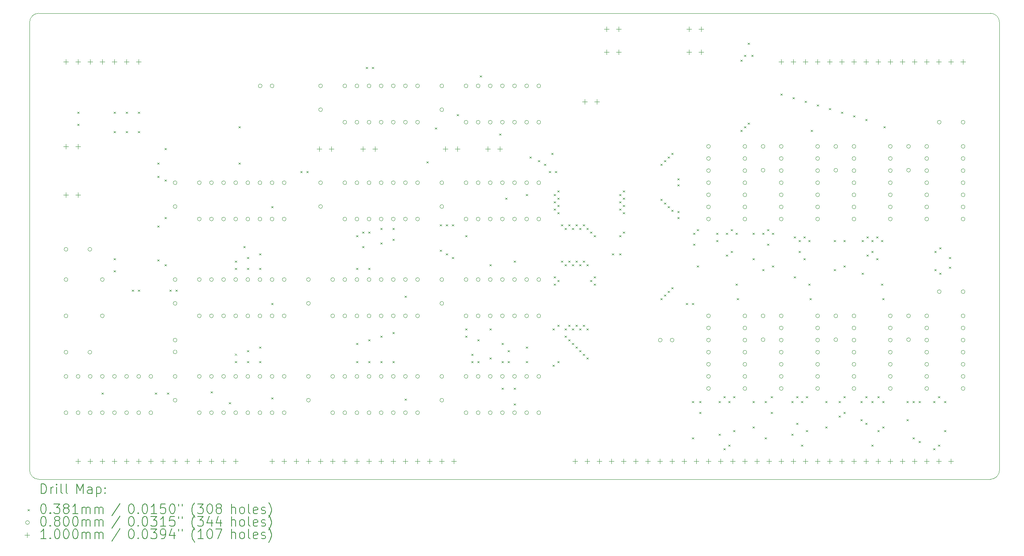
<source format=gbr>
%TF.GenerationSoftware,KiCad,Pcbnew,(7.0.0)*%
%TF.CreationDate,2024-03-28T20:59:39-07:00*%
%TF.ProjectId,video_timing,76696465-6f5f-4746-996d-696e672e6b69,rev?*%
%TF.SameCoordinates,Original*%
%TF.FileFunction,Drillmap*%
%TF.FilePolarity,Positive*%
%FSLAX45Y45*%
G04 Gerber Fmt 4.5, Leading zero omitted, Abs format (unit mm)*
G04 Created by KiCad (PCBNEW (7.0.0)) date 2024-03-28 20:59:39*
%MOMM*%
%LPD*%
G01*
G04 APERTURE LIST*
%ADD10C,0.100000*%
%ADD11C,0.200000*%
%ADD12C,0.038100*%
%ADD13C,0.080000*%
G04 APERTURE END LIST*
D10*
X25400000Y-5270500D02*
X25400000Y-14668500D01*
X25209500Y-14859000D02*
G75*
G03*
X25400000Y-14668500I0J190500D01*
G01*
X5080000Y-14668500D02*
G75*
G03*
X5270500Y-14859000I190500J0D01*
G01*
X5080000Y-14668500D02*
X5080000Y-5270500D01*
X5270500Y-5080000D02*
G75*
G03*
X5080000Y-5270500I0J-190500D01*
G01*
X25209500Y-14859000D02*
X5270500Y-14859000D01*
X25400000Y-5270500D02*
G75*
G03*
X25209500Y-5080000I-190500J0D01*
G01*
X5270500Y-5080000D02*
X25209500Y-5080000D01*
D11*
D12*
X6076950Y-7143750D02*
X6115050Y-7181850D01*
X6115050Y-7143750D02*
X6076950Y-7181850D01*
X6076950Y-7397750D02*
X6115050Y-7435850D01*
X6115050Y-7397750D02*
X6076950Y-7435850D01*
X6584950Y-13036550D02*
X6623050Y-13074650D01*
X6623050Y-13036550D02*
X6584950Y-13074650D01*
X6838950Y-7143750D02*
X6877050Y-7181850D01*
X6877050Y-7143750D02*
X6838950Y-7181850D01*
X6838950Y-7550150D02*
X6877050Y-7588250D01*
X6877050Y-7550150D02*
X6838950Y-7588250D01*
X6838950Y-10217150D02*
X6877050Y-10255250D01*
X6877050Y-10217150D02*
X6838950Y-10255250D01*
X6838950Y-10471150D02*
X6877050Y-10509250D01*
X6877050Y-10471150D02*
X6838950Y-10509250D01*
X7092950Y-7143750D02*
X7131050Y-7181850D01*
X7131050Y-7143750D02*
X7092950Y-7181850D01*
X7092950Y-7550150D02*
X7131050Y-7588250D01*
X7131050Y-7550150D02*
X7092950Y-7588250D01*
X7219950Y-10877550D02*
X7258050Y-10915650D01*
X7258050Y-10877550D02*
X7219950Y-10915650D01*
X7346950Y-7143750D02*
X7385050Y-7181850D01*
X7385050Y-7143750D02*
X7346950Y-7181850D01*
X7346950Y-7550150D02*
X7385050Y-7588250D01*
X7385050Y-7550150D02*
X7346950Y-7588250D01*
X7346950Y-10877550D02*
X7385050Y-10915650D01*
X7385050Y-10877550D02*
X7346950Y-10915650D01*
X7702550Y-13036550D02*
X7740650Y-13074650D01*
X7740650Y-13036550D02*
X7702550Y-13074650D01*
X7753350Y-8210550D02*
X7791450Y-8248650D01*
X7791450Y-8210550D02*
X7753350Y-8248650D01*
X7753350Y-8489950D02*
X7791450Y-8528050D01*
X7791450Y-8489950D02*
X7753350Y-8528050D01*
X7753350Y-9531350D02*
X7791450Y-9569450D01*
X7791450Y-9531350D02*
X7753350Y-9569450D01*
X7753350Y-10242550D02*
X7791450Y-10280650D01*
X7791450Y-10242550D02*
X7753350Y-10280650D01*
X7905750Y-7905750D02*
X7943850Y-7943850D01*
X7943850Y-7905750D02*
X7905750Y-7943850D01*
X7905750Y-8566150D02*
X7943850Y-8604250D01*
X7943850Y-8566150D02*
X7905750Y-8604250D01*
X7905750Y-9353550D02*
X7943850Y-9391650D01*
X7943850Y-9353550D02*
X7905750Y-9391650D01*
X7905750Y-10344150D02*
X7943850Y-10382250D01*
X7943850Y-10344150D02*
X7905750Y-10382250D01*
X7956550Y-13036550D02*
X7994650Y-13074650D01*
X7994650Y-13036550D02*
X7956550Y-13074650D01*
X8007350Y-10877550D02*
X8045450Y-10915650D01*
X8045450Y-10877550D02*
X8007350Y-10915650D01*
X8134350Y-10877550D02*
X8172450Y-10915650D01*
X8172450Y-10877550D02*
X8134350Y-10915650D01*
X8870950Y-13011150D02*
X8909050Y-13049250D01*
X8909050Y-13011150D02*
X8870950Y-13049250D01*
X9251950Y-13239750D02*
X9290050Y-13277850D01*
X9290050Y-13239750D02*
X9251950Y-13277850D01*
X9378950Y-10267950D02*
X9417050Y-10306050D01*
X9417050Y-10267950D02*
X9378950Y-10306050D01*
X9378950Y-10420350D02*
X9417050Y-10458450D01*
X9417050Y-10420350D02*
X9378950Y-10458450D01*
X9378950Y-12376150D02*
X9417050Y-12414250D01*
X9417050Y-12376150D02*
X9378950Y-12414250D01*
X9380123Y-12219417D02*
X9418223Y-12257517D01*
X9418223Y-12219417D02*
X9380123Y-12257517D01*
X9455150Y-7448550D02*
X9493250Y-7486650D01*
X9493250Y-7448550D02*
X9455150Y-7486650D01*
X9455150Y-8210550D02*
X9493250Y-8248650D01*
X9493250Y-8210550D02*
X9455150Y-8248650D01*
X9556750Y-9963150D02*
X9594850Y-10001250D01*
X9594850Y-9963150D02*
X9556750Y-10001250D01*
X9632950Y-10191750D02*
X9671050Y-10229850D01*
X9671050Y-10191750D02*
X9632950Y-10229850D01*
X9632950Y-10420350D02*
X9671050Y-10458450D01*
X9671050Y-10420350D02*
X9632950Y-10458450D01*
X9632950Y-12147550D02*
X9671050Y-12185650D01*
X9671050Y-12147550D02*
X9632950Y-12185650D01*
X9632950Y-12376150D02*
X9671050Y-12414250D01*
X9671050Y-12376150D02*
X9632950Y-12414250D01*
X9886950Y-10115550D02*
X9925050Y-10153650D01*
X9925050Y-10115550D02*
X9886950Y-10153650D01*
X9886950Y-10420350D02*
X9925050Y-10458450D01*
X9925050Y-10420350D02*
X9886950Y-10458450D01*
X9886950Y-12071350D02*
X9925050Y-12109450D01*
X9925050Y-12071350D02*
X9886950Y-12109450D01*
X9886950Y-12376150D02*
X9925050Y-12414250D01*
X9925050Y-12376150D02*
X9886950Y-12414250D01*
X10140950Y-9124950D02*
X10179050Y-9163050D01*
X10179050Y-9124950D02*
X10140950Y-9163050D01*
X10140950Y-11156950D02*
X10179050Y-11195050D01*
X10179050Y-11156950D02*
X10140950Y-11195050D01*
X10140950Y-13138150D02*
X10179050Y-13176250D01*
X10179050Y-13138150D02*
X10140950Y-13176250D01*
X10750550Y-8388350D02*
X10788650Y-8426450D01*
X10788650Y-8388350D02*
X10750550Y-8426450D01*
X10877550Y-8388350D02*
X10915650Y-8426450D01*
X10915650Y-8388350D02*
X10877550Y-8426450D01*
X11918950Y-9734550D02*
X11957050Y-9772650D01*
X11957050Y-9734550D02*
X11918950Y-9772650D01*
X11918950Y-10420350D02*
X11957050Y-10458450D01*
X11957050Y-10420350D02*
X11918950Y-10458450D01*
X11918950Y-11995150D02*
X11957050Y-12033250D01*
X11957050Y-11995150D02*
X11918950Y-12033250D01*
X11918950Y-12376150D02*
X11957050Y-12414250D01*
X11957050Y-12376150D02*
X11918950Y-12414250D01*
X12045950Y-9658350D02*
X12084050Y-9696450D01*
X12084050Y-9658350D02*
X12045950Y-9696450D01*
X12045950Y-9963150D02*
X12084050Y-10001250D01*
X12084050Y-9963150D02*
X12045950Y-10001250D01*
X12122150Y-6203950D02*
X12160250Y-6242050D01*
X12160250Y-6203950D02*
X12122150Y-6242050D01*
X12172950Y-9658350D02*
X12211050Y-9696450D01*
X12211050Y-9658350D02*
X12172950Y-9696450D01*
X12172950Y-10420350D02*
X12211050Y-10458450D01*
X12211050Y-10420350D02*
X12172950Y-10458450D01*
X12172950Y-11918950D02*
X12211050Y-11957050D01*
X12211050Y-11918950D02*
X12172950Y-11957050D01*
X12172950Y-12376150D02*
X12211050Y-12414250D01*
X12211050Y-12376150D02*
X12172950Y-12414250D01*
X12249150Y-6203950D02*
X12287250Y-6242050D01*
X12287250Y-6203950D02*
X12249150Y-6242050D01*
X12426950Y-9582150D02*
X12465050Y-9620250D01*
X12465050Y-9582150D02*
X12426950Y-9620250D01*
X12426950Y-9886950D02*
X12465050Y-9925050D01*
X12465050Y-9886950D02*
X12426950Y-9925050D01*
X12426950Y-11842750D02*
X12465050Y-11880850D01*
X12465050Y-11842750D02*
X12426950Y-11880850D01*
X12426950Y-12376150D02*
X12465050Y-12414250D01*
X12465050Y-12376150D02*
X12426950Y-12414250D01*
X12680950Y-9582150D02*
X12719050Y-9620250D01*
X12719050Y-9582150D02*
X12680950Y-9620250D01*
X12680950Y-9810750D02*
X12719050Y-9848850D01*
X12719050Y-9810750D02*
X12680950Y-9848850D01*
X12680950Y-11766550D02*
X12719050Y-11804650D01*
X12719050Y-11766550D02*
X12680950Y-11804650D01*
X12680950Y-12376150D02*
X12719050Y-12414250D01*
X12719050Y-12376150D02*
X12680950Y-12414250D01*
X12934950Y-11004550D02*
X12973050Y-11042650D01*
X12973050Y-11004550D02*
X12934950Y-11042650D01*
X12934950Y-13163550D02*
X12973050Y-13201650D01*
X12973050Y-13163550D02*
X12934950Y-13201650D01*
X13392150Y-8185150D02*
X13430250Y-8223250D01*
X13430250Y-8185150D02*
X13392150Y-8223250D01*
X13569950Y-7473950D02*
X13608050Y-7512050D01*
X13608050Y-7473950D02*
X13569950Y-7512050D01*
X13671550Y-9505950D02*
X13709650Y-9544050D01*
X13709650Y-9505950D02*
X13671550Y-9544050D01*
X13671550Y-10039350D02*
X13709650Y-10077450D01*
X13709650Y-10039350D02*
X13671550Y-10077450D01*
X13798550Y-9505950D02*
X13836650Y-9544050D01*
X13836650Y-9505950D02*
X13798550Y-9544050D01*
X13798550Y-10115550D02*
X13836650Y-10153650D01*
X13836650Y-10115550D02*
X13798550Y-10153650D01*
X13925550Y-9505950D02*
X13963650Y-9544050D01*
X13963650Y-9505950D02*
X13925550Y-9544050D01*
X13925550Y-10191750D02*
X13963650Y-10229850D01*
X13963650Y-10191750D02*
X13925550Y-10229850D01*
X14027150Y-7194550D02*
X14065250Y-7232650D01*
X14065250Y-7194550D02*
X14027150Y-7232650D01*
X14204950Y-9734550D02*
X14243050Y-9772650D01*
X14243050Y-9734550D02*
X14204950Y-9772650D01*
X14204950Y-11690350D02*
X14243050Y-11728450D01*
X14243050Y-11690350D02*
X14204950Y-11728450D01*
X14204950Y-11842750D02*
X14243050Y-11880850D01*
X14243050Y-11842750D02*
X14204950Y-11880850D01*
X14331950Y-12223750D02*
X14370050Y-12261850D01*
X14370050Y-12223750D02*
X14331950Y-12261850D01*
X14331950Y-12376150D02*
X14370050Y-12414250D01*
X14370050Y-12376150D02*
X14331950Y-12414250D01*
X14458950Y-11918950D02*
X14497050Y-11957050D01*
X14497050Y-11918950D02*
X14458950Y-11957050D01*
X14458950Y-12376150D02*
X14497050Y-12414250D01*
X14497050Y-12376150D02*
X14458950Y-12414250D01*
X14509750Y-6381750D02*
X14547850Y-6419850D01*
X14547850Y-6381750D02*
X14509750Y-6419850D01*
X14712950Y-10344150D02*
X14751050Y-10382250D01*
X14751050Y-10344150D02*
X14712950Y-10382250D01*
X14712950Y-11690350D02*
X14751050Y-11728450D01*
X14751050Y-11690350D02*
X14712950Y-11728450D01*
X14712950Y-12299950D02*
X14751050Y-12338050D01*
X14751050Y-12299950D02*
X14712950Y-12338050D01*
X14916150Y-7600950D02*
X14954250Y-7639050D01*
X14954250Y-7600950D02*
X14916150Y-7639050D01*
X14966950Y-11995150D02*
X15005050Y-12033250D01*
X15005050Y-11995150D02*
X14966950Y-12033250D01*
X14966950Y-12376150D02*
X15005050Y-12414250D01*
X15005050Y-12376150D02*
X14966950Y-12414250D01*
X14966950Y-12934950D02*
X15005050Y-12973050D01*
X15005050Y-12934950D02*
X14966950Y-12973050D01*
X15043150Y-8947150D02*
X15081250Y-8985250D01*
X15081250Y-8947150D02*
X15043150Y-8985250D01*
X15093950Y-12147550D02*
X15132050Y-12185650D01*
X15132050Y-12147550D02*
X15093950Y-12185650D01*
X15093950Y-12376150D02*
X15132050Y-12414250D01*
X15132050Y-12376150D02*
X15093950Y-12414250D01*
X15220950Y-10267950D02*
X15259050Y-10306050D01*
X15259050Y-10267950D02*
X15220950Y-10306050D01*
X15220950Y-12934950D02*
X15259050Y-12973050D01*
X15259050Y-12934950D02*
X15220950Y-12973050D01*
X15220950Y-13265150D02*
X15259050Y-13303250D01*
X15259050Y-13265150D02*
X15220950Y-13303250D01*
X15474950Y-8870950D02*
X15513050Y-8909050D01*
X15513050Y-8870950D02*
X15474950Y-8909050D01*
X15474950Y-12071350D02*
X15513050Y-12109450D01*
X15513050Y-12071350D02*
X15474950Y-12109450D01*
X15474950Y-12376150D02*
X15513050Y-12414250D01*
X15513050Y-12376150D02*
X15474950Y-12414250D01*
X15551150Y-8083550D02*
X15589250Y-8121650D01*
X15589250Y-8083550D02*
X15551150Y-8121650D01*
X15728950Y-8159750D02*
X15767050Y-8197850D01*
X15767050Y-8159750D02*
X15728950Y-8197850D01*
X15855950Y-8235950D02*
X15894050Y-8274050D01*
X15894050Y-8235950D02*
X15855950Y-8274050D01*
X15957550Y-8388350D02*
X15995650Y-8426450D01*
X15995650Y-8388350D02*
X15957550Y-8426450D01*
X16008350Y-8007350D02*
X16046450Y-8045450D01*
X16046450Y-8007350D02*
X16008350Y-8045450D01*
X16033750Y-11690350D02*
X16071850Y-11728450D01*
X16071850Y-11690350D02*
X16033750Y-11728450D01*
X16033750Y-12452350D02*
X16071850Y-12490450D01*
X16071850Y-12452350D02*
X16033750Y-12490450D01*
X16059150Y-8870950D02*
X16097250Y-8909050D01*
X16097250Y-8870950D02*
X16059150Y-8909050D01*
X16059150Y-9023350D02*
X16097250Y-9061450D01*
X16097250Y-9023350D02*
X16059150Y-9061450D01*
X16059150Y-9175750D02*
X16097250Y-9213850D01*
X16097250Y-9175750D02*
X16059150Y-9213850D01*
X16059150Y-10598150D02*
X16097250Y-10636250D01*
X16097250Y-10598150D02*
X16059150Y-10636250D01*
X16059150Y-10750550D02*
X16097250Y-10788650D01*
X16097250Y-10750550D02*
X16059150Y-10788650D01*
X16084550Y-8388350D02*
X16122650Y-8426450D01*
X16122650Y-8388350D02*
X16084550Y-8426450D01*
X16135350Y-8794750D02*
X16173450Y-8832850D01*
X16173450Y-8794750D02*
X16135350Y-8832850D01*
X16135350Y-8947150D02*
X16173450Y-8985250D01*
X16173450Y-8947150D02*
X16135350Y-8985250D01*
X16135350Y-9099550D02*
X16173450Y-9137650D01*
X16173450Y-9099550D02*
X16135350Y-9137650D01*
X16135350Y-9251950D02*
X16173450Y-9290050D01*
X16173450Y-9251950D02*
X16135350Y-9290050D01*
X16135350Y-10674350D02*
X16173450Y-10712450D01*
X16173450Y-10674350D02*
X16135350Y-10712450D01*
X16135350Y-11614150D02*
X16173450Y-11652250D01*
X16173450Y-11614150D02*
X16135350Y-11652250D01*
X16135350Y-12376150D02*
X16173450Y-12414250D01*
X16173450Y-12376150D02*
X16135350Y-12414250D01*
X16211550Y-9505950D02*
X16249650Y-9544050D01*
X16249650Y-9505950D02*
X16211550Y-9544050D01*
X16211550Y-10267950D02*
X16249650Y-10306050D01*
X16249650Y-10267950D02*
X16211550Y-10306050D01*
X16287750Y-9582150D02*
X16325850Y-9620250D01*
X16325850Y-9582150D02*
X16287750Y-9620250D01*
X16287750Y-10344150D02*
X16325850Y-10382250D01*
X16325850Y-10344150D02*
X16287750Y-10382250D01*
X16287750Y-11690350D02*
X16325850Y-11728450D01*
X16325850Y-11690350D02*
X16287750Y-11728450D01*
X16287750Y-11842750D02*
X16325850Y-11880850D01*
X16325850Y-11842750D02*
X16287750Y-11880850D01*
X16363950Y-9505950D02*
X16402050Y-9544050D01*
X16402050Y-9505950D02*
X16363950Y-9544050D01*
X16363950Y-10267950D02*
X16402050Y-10306050D01*
X16402050Y-10267950D02*
X16363950Y-10306050D01*
X16363950Y-11614150D02*
X16402050Y-11652250D01*
X16402050Y-11614150D02*
X16363950Y-11652250D01*
X16363950Y-11918950D02*
X16402050Y-11957050D01*
X16402050Y-11918950D02*
X16363950Y-11957050D01*
X16440150Y-9582150D02*
X16478250Y-9620250D01*
X16478250Y-9582150D02*
X16440150Y-9620250D01*
X16440150Y-10344150D02*
X16478250Y-10382250D01*
X16478250Y-10344150D02*
X16440150Y-10382250D01*
X16440150Y-11690350D02*
X16478250Y-11728450D01*
X16478250Y-11690350D02*
X16440150Y-11728450D01*
X16440150Y-11995150D02*
X16478250Y-12033250D01*
X16478250Y-11995150D02*
X16440150Y-12033250D01*
X16516350Y-9505950D02*
X16554450Y-9544050D01*
X16554450Y-9505950D02*
X16516350Y-9544050D01*
X16516350Y-10267950D02*
X16554450Y-10306050D01*
X16554450Y-10267950D02*
X16516350Y-10306050D01*
X16516350Y-11614150D02*
X16554450Y-11652250D01*
X16554450Y-11614150D02*
X16516350Y-11652250D01*
X16516350Y-12071350D02*
X16554450Y-12109450D01*
X16554450Y-12071350D02*
X16516350Y-12109450D01*
X16592550Y-9582150D02*
X16630650Y-9620250D01*
X16630650Y-9582150D02*
X16592550Y-9620250D01*
X16592550Y-10344150D02*
X16630650Y-10382250D01*
X16630650Y-10344150D02*
X16592550Y-10382250D01*
X16592550Y-11690350D02*
X16630650Y-11728450D01*
X16630650Y-11690350D02*
X16592550Y-11728450D01*
X16592550Y-12147550D02*
X16630650Y-12185650D01*
X16630650Y-12147550D02*
X16592550Y-12185650D01*
X16668750Y-9505950D02*
X16706850Y-9544050D01*
X16706850Y-9505950D02*
X16668750Y-9544050D01*
X16668750Y-10267950D02*
X16706850Y-10306050D01*
X16706850Y-10267950D02*
X16668750Y-10306050D01*
X16668750Y-11614150D02*
X16706850Y-11652250D01*
X16706850Y-11614150D02*
X16668750Y-11652250D01*
X16668750Y-12223750D02*
X16706850Y-12261850D01*
X16706850Y-12223750D02*
X16668750Y-12261850D01*
X16744950Y-9582150D02*
X16783050Y-9620250D01*
X16783050Y-9582150D02*
X16744950Y-9620250D01*
X16744950Y-10344150D02*
X16783050Y-10382250D01*
X16783050Y-10344150D02*
X16744950Y-10382250D01*
X16744950Y-11690350D02*
X16783050Y-11728450D01*
X16783050Y-11690350D02*
X16744950Y-11728450D01*
X16744950Y-12299950D02*
X16783050Y-12338050D01*
X16783050Y-12299950D02*
X16744950Y-12338050D01*
X16821150Y-9658350D02*
X16859250Y-9696450D01*
X16859250Y-9658350D02*
X16821150Y-9696450D01*
X16821150Y-10674350D02*
X16859250Y-10712450D01*
X16859250Y-10674350D02*
X16821150Y-10712450D01*
X16897350Y-9734550D02*
X16935450Y-9772650D01*
X16935450Y-9734550D02*
X16897350Y-9772650D01*
X16897350Y-10598150D02*
X16935450Y-10636250D01*
X16935450Y-10598150D02*
X16897350Y-10636250D01*
X16897350Y-10750550D02*
X16935450Y-10788650D01*
X16935450Y-10750550D02*
X16897350Y-10788650D01*
X17278350Y-10115550D02*
X17316450Y-10153650D01*
X17316450Y-10115550D02*
X17278350Y-10153650D01*
X17430750Y-8870950D02*
X17468850Y-8909050D01*
X17468850Y-8870950D02*
X17430750Y-8909050D01*
X17430750Y-9023350D02*
X17468850Y-9061450D01*
X17468850Y-9023350D02*
X17430750Y-9061450D01*
X17430750Y-9175750D02*
X17468850Y-9213850D01*
X17468850Y-9175750D02*
X17430750Y-9213850D01*
X17430750Y-9734550D02*
X17468850Y-9772650D01*
X17468850Y-9734550D02*
X17430750Y-9772650D01*
X17430750Y-10115550D02*
X17468850Y-10153650D01*
X17468850Y-10115550D02*
X17430750Y-10153650D01*
X17506950Y-8794750D02*
X17545050Y-8832850D01*
X17545050Y-8794750D02*
X17506950Y-8832850D01*
X17506950Y-8947150D02*
X17545050Y-8985250D01*
X17545050Y-8947150D02*
X17506950Y-8985250D01*
X17506950Y-9099550D02*
X17545050Y-9137650D01*
X17545050Y-9099550D02*
X17506950Y-9137650D01*
X17506950Y-9251950D02*
X17545050Y-9290050D01*
X17545050Y-9251950D02*
X17506950Y-9290050D01*
X17506950Y-9658350D02*
X17545050Y-9696450D01*
X17545050Y-9658350D02*
X17506950Y-9696450D01*
X18294350Y-8235950D02*
X18332450Y-8274050D01*
X18332450Y-8235950D02*
X18294350Y-8274050D01*
X18294350Y-8972550D02*
X18332450Y-9010650D01*
X18332450Y-8972550D02*
X18294350Y-9010650D01*
X18294350Y-11055350D02*
X18332450Y-11093450D01*
X18332450Y-11055350D02*
X18294350Y-11093450D01*
X18370550Y-8159750D02*
X18408650Y-8197850D01*
X18408650Y-8159750D02*
X18370550Y-8197850D01*
X18370550Y-9048750D02*
X18408650Y-9086850D01*
X18408650Y-9048750D02*
X18370550Y-9086850D01*
X18370550Y-10979150D02*
X18408650Y-11017250D01*
X18408650Y-10979150D02*
X18370550Y-11017250D01*
X18446750Y-8083550D02*
X18484850Y-8121650D01*
X18484850Y-8083550D02*
X18446750Y-8121650D01*
X18446750Y-9124950D02*
X18484850Y-9163050D01*
X18484850Y-9124950D02*
X18446750Y-9163050D01*
X18446750Y-10902950D02*
X18484850Y-10941050D01*
X18484850Y-10902950D02*
X18446750Y-10941050D01*
X18522950Y-8007350D02*
X18561050Y-8045450D01*
X18561050Y-8007350D02*
X18522950Y-8045450D01*
X18522950Y-9201150D02*
X18561050Y-9239250D01*
X18561050Y-9201150D02*
X18522950Y-9239250D01*
X18522950Y-10826750D02*
X18561050Y-10864850D01*
X18561050Y-10826750D02*
X18522950Y-10864850D01*
X18649950Y-8540750D02*
X18688050Y-8578850D01*
X18688050Y-8540750D02*
X18649950Y-8578850D01*
X18649950Y-8667750D02*
X18688050Y-8705850D01*
X18688050Y-8667750D02*
X18649950Y-8705850D01*
X18649950Y-9226550D02*
X18688050Y-9264650D01*
X18688050Y-9226550D02*
X18649950Y-9264650D01*
X18649950Y-9353550D02*
X18688050Y-9391650D01*
X18688050Y-9353550D02*
X18649950Y-9391650D01*
X18827750Y-11156950D02*
X18865850Y-11195050D01*
X18865850Y-11156950D02*
X18827750Y-11195050D01*
X18954750Y-11156950D02*
X18992850Y-11195050D01*
X18992850Y-11156950D02*
X18954750Y-11195050D01*
X18954750Y-13214350D02*
X18992850Y-13252450D01*
X18992850Y-13214350D02*
X18954750Y-13252450D01*
X18954750Y-13976350D02*
X18992850Y-14014450D01*
X18992850Y-13976350D02*
X18954750Y-14014450D01*
X18980150Y-9683750D02*
X19018250Y-9721850D01*
X19018250Y-9683750D02*
X18980150Y-9721850D01*
X18980150Y-9912350D02*
X19018250Y-9950450D01*
X19018250Y-9912350D02*
X18980150Y-9950450D01*
X19056350Y-9607550D02*
X19094450Y-9645650D01*
X19094450Y-9607550D02*
X19056350Y-9645650D01*
X19056350Y-10369550D02*
X19094450Y-10407650D01*
X19094450Y-10369550D02*
X19056350Y-10407650D01*
X19107150Y-13214350D02*
X19145250Y-13252450D01*
X19145250Y-13214350D02*
X19107150Y-13252450D01*
X19107150Y-13442950D02*
X19145250Y-13481050D01*
X19145250Y-13442950D02*
X19107150Y-13481050D01*
X19462750Y-9683750D02*
X19500850Y-9721850D01*
X19500850Y-9683750D02*
X19462750Y-9721850D01*
X19462750Y-9836150D02*
X19500850Y-9874250D01*
X19500850Y-9836150D02*
X19462750Y-9874250D01*
X19513550Y-13214350D02*
X19551650Y-13252450D01*
X19551650Y-13214350D02*
X19513550Y-13252450D01*
X19513550Y-13900150D02*
X19551650Y-13938250D01*
X19551650Y-13900150D02*
X19513550Y-13938250D01*
X19615150Y-13112750D02*
X19653250Y-13150850D01*
X19653250Y-13112750D02*
X19615150Y-13150850D01*
X19615150Y-14204950D02*
X19653250Y-14243050D01*
X19653250Y-14204950D02*
X19615150Y-14243050D01*
X19665950Y-9683750D02*
X19704050Y-9721850D01*
X19704050Y-9683750D02*
X19665950Y-9721850D01*
X19665950Y-10140950D02*
X19704050Y-10179050D01*
X19704050Y-10140950D02*
X19665950Y-10179050D01*
X19716750Y-13214350D02*
X19754850Y-13252450D01*
X19754850Y-13214350D02*
X19716750Y-13252450D01*
X19716750Y-14128750D02*
X19754850Y-14166850D01*
X19754850Y-14128750D02*
X19716750Y-14166850D01*
X19767550Y-9607550D02*
X19805650Y-9645650D01*
X19805650Y-9607550D02*
X19767550Y-9645650D01*
X19767550Y-10064750D02*
X19805650Y-10102850D01*
X19805650Y-10064750D02*
X19767550Y-10102850D01*
X19818350Y-13112750D02*
X19856450Y-13150850D01*
X19856450Y-13112750D02*
X19818350Y-13150850D01*
X19818350Y-13823950D02*
X19856450Y-13862050D01*
X19856450Y-13823950D02*
X19818350Y-13862050D01*
X19869150Y-9683750D02*
X19907250Y-9721850D01*
X19907250Y-9683750D02*
X19869150Y-9721850D01*
X19869150Y-10750550D02*
X19907250Y-10788650D01*
X19907250Y-10750550D02*
X19869150Y-10788650D01*
X19894550Y-11055350D02*
X19932650Y-11093450D01*
X19932650Y-11055350D02*
X19894550Y-11093450D01*
X19970750Y-6051550D02*
X20008850Y-6089650D01*
X20008850Y-6051550D02*
X19970750Y-6089650D01*
X19970750Y-7524750D02*
X20008850Y-7562850D01*
X20008850Y-7524750D02*
X19970750Y-7562850D01*
X20046950Y-5949950D02*
X20085050Y-5988050D01*
X20085050Y-5949950D02*
X20046950Y-5988050D01*
X20046950Y-7448550D02*
X20085050Y-7486650D01*
X20085050Y-7448550D02*
X20046950Y-7486650D01*
X20123150Y-5695950D02*
X20161250Y-5734050D01*
X20161250Y-5695950D02*
X20123150Y-5734050D01*
X20123150Y-7372350D02*
X20161250Y-7410450D01*
X20161250Y-7372350D02*
X20123150Y-7410450D01*
X20199350Y-5949950D02*
X20237450Y-5988050D01*
X20237450Y-5949950D02*
X20199350Y-5988050D01*
X20224750Y-9683750D02*
X20262850Y-9721850D01*
X20262850Y-9683750D02*
X20224750Y-9721850D01*
X20224750Y-10217150D02*
X20262850Y-10255250D01*
X20262850Y-10217150D02*
X20224750Y-10255250D01*
X20224750Y-13214350D02*
X20262850Y-13252450D01*
X20262850Y-13214350D02*
X20224750Y-13252450D01*
X20224750Y-13747750D02*
X20262850Y-13785850D01*
X20262850Y-13747750D02*
X20224750Y-13785850D01*
X20427950Y-9683750D02*
X20466050Y-9721850D01*
X20466050Y-9683750D02*
X20427950Y-9721850D01*
X20427950Y-10445750D02*
X20466050Y-10483850D01*
X20466050Y-10445750D02*
X20427950Y-10483850D01*
X20478750Y-13214350D02*
X20516850Y-13252450D01*
X20516850Y-13214350D02*
X20478750Y-13252450D01*
X20478750Y-13976350D02*
X20516850Y-14014450D01*
X20516850Y-13976350D02*
X20478750Y-14014450D01*
X20529550Y-9607550D02*
X20567650Y-9645650D01*
X20567650Y-9607550D02*
X20529550Y-9645650D01*
X20529550Y-9912350D02*
X20567650Y-9950450D01*
X20567650Y-9912350D02*
X20529550Y-9950450D01*
X20605750Y-13112750D02*
X20643850Y-13150850D01*
X20643850Y-13112750D02*
X20605750Y-13150850D01*
X20605750Y-13442950D02*
X20643850Y-13481050D01*
X20643850Y-13442950D02*
X20605750Y-13481050D01*
X20631150Y-9683750D02*
X20669250Y-9721850D01*
X20669250Y-9683750D02*
X20631150Y-9721850D01*
X20631150Y-10369550D02*
X20669250Y-10407650D01*
X20669250Y-10369550D02*
X20631150Y-10407650D01*
X20808950Y-6762750D02*
X20847050Y-6800850D01*
X20847050Y-6762750D02*
X20808950Y-6800850D01*
X21037550Y-13214350D02*
X21075650Y-13252450D01*
X21075650Y-13214350D02*
X21037550Y-13252450D01*
X21037550Y-13900150D02*
X21075650Y-13938250D01*
X21075650Y-13900150D02*
X21037550Y-13938250D01*
X21062950Y-6838950D02*
X21101050Y-6877050D01*
X21101050Y-6838950D02*
X21062950Y-6877050D01*
X21088350Y-9759950D02*
X21126450Y-9798050D01*
X21126450Y-9759950D02*
X21088350Y-9798050D01*
X21088350Y-10598150D02*
X21126450Y-10636250D01*
X21126450Y-10598150D02*
X21088350Y-10636250D01*
X21139150Y-13112750D02*
X21177250Y-13150850D01*
X21177250Y-13112750D02*
X21139150Y-13150850D01*
X21139150Y-13671550D02*
X21177250Y-13709650D01*
X21177250Y-13671550D02*
X21139150Y-13709650D01*
X21189950Y-9836150D02*
X21228050Y-9874250D01*
X21228050Y-9836150D02*
X21189950Y-9874250D01*
X21189950Y-10064750D02*
X21228050Y-10102850D01*
X21228050Y-10064750D02*
X21189950Y-10102850D01*
X21240750Y-13214350D02*
X21278850Y-13252450D01*
X21278850Y-13214350D02*
X21240750Y-13252450D01*
X21240750Y-14128750D02*
X21278850Y-14166850D01*
X21278850Y-14128750D02*
X21240750Y-14166850D01*
X21291550Y-9759950D02*
X21329650Y-9798050D01*
X21329650Y-9759950D02*
X21291550Y-9798050D01*
X21291550Y-10217150D02*
X21329650Y-10255250D01*
X21329650Y-10217150D02*
X21291550Y-10255250D01*
X21316950Y-6915150D02*
X21355050Y-6953250D01*
X21355050Y-6915150D02*
X21316950Y-6953250D01*
X21342350Y-13112750D02*
X21380450Y-13150850D01*
X21380450Y-13112750D02*
X21342350Y-13150850D01*
X21342350Y-13823950D02*
X21380450Y-13862050D01*
X21380450Y-13823950D02*
X21342350Y-13862050D01*
X21393150Y-9836150D02*
X21431250Y-9874250D01*
X21431250Y-9836150D02*
X21393150Y-9874250D01*
X21393150Y-10750550D02*
X21431250Y-10788650D01*
X21431250Y-10750550D02*
X21393150Y-10788650D01*
X21418550Y-11055350D02*
X21456650Y-11093450D01*
X21456650Y-11055350D02*
X21418550Y-11093450D01*
X21443950Y-7524750D02*
X21482050Y-7562850D01*
X21482050Y-7524750D02*
X21443950Y-7562850D01*
X21570950Y-6991350D02*
X21609050Y-7029450D01*
X21609050Y-6991350D02*
X21570950Y-7029450D01*
X21748750Y-13214350D02*
X21786850Y-13252450D01*
X21786850Y-13214350D02*
X21748750Y-13252450D01*
X21748750Y-13747750D02*
X21786850Y-13785850D01*
X21786850Y-13747750D02*
X21748750Y-13785850D01*
X21824950Y-7067550D02*
X21863050Y-7105650D01*
X21863050Y-7067550D02*
X21824950Y-7105650D01*
X21926550Y-9836150D02*
X21964650Y-9874250D01*
X21964650Y-9836150D02*
X21926550Y-9874250D01*
X21926550Y-10445750D02*
X21964650Y-10483850D01*
X21964650Y-10445750D02*
X21926550Y-10483850D01*
X22028150Y-13214350D02*
X22066250Y-13252450D01*
X22066250Y-13214350D02*
X22028150Y-13252450D01*
X22028150Y-13519150D02*
X22066250Y-13557250D01*
X22066250Y-13519150D02*
X22028150Y-13557250D01*
X22078950Y-7143750D02*
X22117050Y-7181850D01*
X22117050Y-7143750D02*
X22078950Y-7181850D01*
X22129750Y-9836150D02*
X22167850Y-9874250D01*
X22167850Y-9836150D02*
X22129750Y-9874250D01*
X22129750Y-10369550D02*
X22167850Y-10407650D01*
X22167850Y-10369550D02*
X22129750Y-10407650D01*
X22129750Y-13112750D02*
X22167850Y-13150850D01*
X22167850Y-13112750D02*
X22129750Y-13150850D01*
X22129750Y-13442950D02*
X22167850Y-13481050D01*
X22167850Y-13442950D02*
X22129750Y-13481050D01*
X22332950Y-7219950D02*
X22371050Y-7258050D01*
X22371050Y-7219950D02*
X22332950Y-7258050D01*
X22485350Y-13214350D02*
X22523450Y-13252450D01*
X22523450Y-13214350D02*
X22485350Y-13252450D01*
X22485350Y-13595350D02*
X22523450Y-13633450D01*
X22523450Y-13595350D02*
X22485350Y-13633450D01*
X22510750Y-9836150D02*
X22548850Y-9874250D01*
X22548850Y-9836150D02*
X22510750Y-9874250D01*
X22510750Y-10521950D02*
X22548850Y-10560050D01*
X22548850Y-10521950D02*
X22510750Y-10560050D01*
X22586950Y-7296150D02*
X22625050Y-7334250D01*
X22625050Y-7296150D02*
X22586950Y-7334250D01*
X22586950Y-13112750D02*
X22625050Y-13150850D01*
X22625050Y-13112750D02*
X22586950Y-13150850D01*
X22586950Y-13671550D02*
X22625050Y-13709650D01*
X22625050Y-13671550D02*
X22586950Y-13709650D01*
X22612350Y-9759950D02*
X22650450Y-9798050D01*
X22650450Y-9759950D02*
X22612350Y-9798050D01*
X22612350Y-10140950D02*
X22650450Y-10179050D01*
X22650450Y-10140950D02*
X22612350Y-10179050D01*
X22713950Y-9836150D02*
X22752050Y-9874250D01*
X22752050Y-9836150D02*
X22713950Y-9874250D01*
X22713950Y-10064750D02*
X22752050Y-10102850D01*
X22752050Y-10064750D02*
X22713950Y-10102850D01*
X22713950Y-13214350D02*
X22752050Y-13252450D01*
X22752050Y-13214350D02*
X22713950Y-13252450D01*
X22713950Y-14128750D02*
X22752050Y-14166850D01*
X22752050Y-14128750D02*
X22713950Y-14166850D01*
X22815550Y-9759950D02*
X22853650Y-9798050D01*
X22853650Y-9759950D02*
X22815550Y-9798050D01*
X22815550Y-10217150D02*
X22853650Y-10255250D01*
X22853650Y-10217150D02*
X22815550Y-10255250D01*
X22840950Y-13112750D02*
X22879050Y-13150850D01*
X22879050Y-13112750D02*
X22840950Y-13150850D01*
X22840950Y-13823950D02*
X22879050Y-13862050D01*
X22879050Y-13823950D02*
X22840950Y-13862050D01*
X22917150Y-9836150D02*
X22955250Y-9874250D01*
X22955250Y-9836150D02*
X22917150Y-9874250D01*
X22917150Y-10750550D02*
X22955250Y-10788650D01*
X22955250Y-10750550D02*
X22917150Y-10788650D01*
X22942550Y-11055350D02*
X22980650Y-11093450D01*
X22980650Y-11055350D02*
X22942550Y-11093450D01*
X22942550Y-13214350D02*
X22980650Y-13252450D01*
X22980650Y-13214350D02*
X22942550Y-13252450D01*
X22942550Y-13747750D02*
X22980650Y-13785850D01*
X22980650Y-13747750D02*
X22942550Y-13785850D01*
X22967950Y-7448550D02*
X23006050Y-7486650D01*
X23006050Y-7448550D02*
X22967950Y-7486650D01*
X23450550Y-13214350D02*
X23488650Y-13252450D01*
X23488650Y-13214350D02*
X23450550Y-13252450D01*
X23450550Y-13595350D02*
X23488650Y-13633450D01*
X23488650Y-13595350D02*
X23450550Y-13633450D01*
X23577550Y-13214350D02*
X23615650Y-13252450D01*
X23615650Y-13214350D02*
X23577550Y-13252450D01*
X23577550Y-13976350D02*
X23615650Y-14014450D01*
X23615650Y-13976350D02*
X23577550Y-14014450D01*
X23704550Y-13214350D02*
X23742650Y-13252450D01*
X23742650Y-13214350D02*
X23704550Y-13252450D01*
X23704550Y-14052550D02*
X23742650Y-14090650D01*
X23742650Y-14052550D02*
X23704550Y-14090650D01*
X24009350Y-13214350D02*
X24047450Y-13252450D01*
X24047450Y-13214350D02*
X24009350Y-13252450D01*
X24009350Y-14204950D02*
X24047450Y-14243050D01*
X24047450Y-14204950D02*
X24009350Y-14243050D01*
X24034750Y-10064750D02*
X24072850Y-10102850D01*
X24072850Y-10064750D02*
X24034750Y-10102850D01*
X24034750Y-10445750D02*
X24072850Y-10483850D01*
X24072850Y-10445750D02*
X24034750Y-10483850D01*
X24110950Y-13112750D02*
X24149050Y-13150850D01*
X24149050Y-13112750D02*
X24110950Y-13150850D01*
X24110950Y-14128750D02*
X24149050Y-14166850D01*
X24149050Y-14128750D02*
X24110950Y-14166850D01*
X24136350Y-9988550D02*
X24174450Y-10026650D01*
X24174450Y-9988550D02*
X24136350Y-10026650D01*
X24136350Y-10521950D02*
X24174450Y-10560050D01*
X24174450Y-10521950D02*
X24136350Y-10560050D01*
X24237950Y-13214350D02*
X24276050Y-13252450D01*
X24276050Y-13214350D02*
X24237950Y-13252450D01*
X24237950Y-13823950D02*
X24276050Y-13862050D01*
X24276050Y-13823950D02*
X24237950Y-13862050D01*
X24339550Y-10191750D02*
X24377650Y-10229850D01*
X24377650Y-10191750D02*
X24339550Y-10229850D01*
X24339550Y-10394950D02*
X24377650Y-10433050D01*
X24377650Y-10394950D02*
X24339550Y-10433050D01*
D13*
X5882000Y-10033000D02*
G75*
G03*
X5882000Y-10033000I-40000J0D01*
G01*
X5882000Y-10668000D02*
G75*
G03*
X5882000Y-10668000I-40000J0D01*
G01*
X5882000Y-11430000D02*
G75*
G03*
X5882000Y-11430000I-40000J0D01*
G01*
X5882000Y-12192000D02*
G75*
G03*
X5882000Y-12192000I-40000J0D01*
G01*
X5882000Y-12700000D02*
G75*
G03*
X5882000Y-12700000I-40000J0D01*
G01*
X5882000Y-13462000D02*
G75*
G03*
X5882000Y-13462000I-40000J0D01*
G01*
X6136000Y-12700000D02*
G75*
G03*
X6136000Y-12700000I-40000J0D01*
G01*
X6136000Y-13462000D02*
G75*
G03*
X6136000Y-13462000I-40000J0D01*
G01*
X6382000Y-10033000D02*
G75*
G03*
X6382000Y-10033000I-40000J0D01*
G01*
X6382000Y-12192000D02*
G75*
G03*
X6382000Y-12192000I-40000J0D01*
G01*
X6390000Y-12700000D02*
G75*
G03*
X6390000Y-12700000I-40000J0D01*
G01*
X6390000Y-13462000D02*
G75*
G03*
X6390000Y-13462000I-40000J0D01*
G01*
X6644000Y-10668000D02*
G75*
G03*
X6644000Y-10668000I-40000J0D01*
G01*
X6644000Y-11430000D02*
G75*
G03*
X6644000Y-11430000I-40000J0D01*
G01*
X6644000Y-12700000D02*
G75*
G03*
X6644000Y-12700000I-40000J0D01*
G01*
X6644000Y-13462000D02*
G75*
G03*
X6644000Y-13462000I-40000J0D01*
G01*
X6898000Y-12700000D02*
G75*
G03*
X6898000Y-12700000I-40000J0D01*
G01*
X6898000Y-13462000D02*
G75*
G03*
X6898000Y-13462000I-40000J0D01*
G01*
X7152000Y-12700000D02*
G75*
G03*
X7152000Y-12700000I-40000J0D01*
G01*
X7152000Y-13462000D02*
G75*
G03*
X7152000Y-13462000I-40000J0D01*
G01*
X7406000Y-12700000D02*
G75*
G03*
X7406000Y-12700000I-40000J0D01*
G01*
X7406000Y-13462000D02*
G75*
G03*
X7406000Y-13462000I-40000J0D01*
G01*
X7660000Y-12700000D02*
G75*
G03*
X7660000Y-12700000I-40000J0D01*
G01*
X7660000Y-13462000D02*
G75*
G03*
X7660000Y-13462000I-40000J0D01*
G01*
X8168000Y-8636000D02*
G75*
G03*
X8168000Y-8636000I-40000J0D01*
G01*
X8168000Y-9136000D02*
G75*
G03*
X8168000Y-9136000I-40000J0D01*
G01*
X8168000Y-10668000D02*
G75*
G03*
X8168000Y-10668000I-40000J0D01*
G01*
X8168000Y-11168000D02*
G75*
G03*
X8168000Y-11168000I-40000J0D01*
G01*
X8168000Y-11938000D02*
G75*
G03*
X8168000Y-11938000I-40000J0D01*
G01*
X8168000Y-12188000D02*
G75*
G03*
X8168000Y-12188000I-40000J0D01*
G01*
X8168000Y-12700000D02*
G75*
G03*
X8168000Y-12700000I-40000J0D01*
G01*
X8168000Y-13200000D02*
G75*
G03*
X8168000Y-13200000I-40000J0D01*
G01*
X8676000Y-8636000D02*
G75*
G03*
X8676000Y-8636000I-40000J0D01*
G01*
X8676000Y-9398000D02*
G75*
G03*
X8676000Y-9398000I-40000J0D01*
G01*
X8676000Y-10668000D02*
G75*
G03*
X8676000Y-10668000I-40000J0D01*
G01*
X8676000Y-11430000D02*
G75*
G03*
X8676000Y-11430000I-40000J0D01*
G01*
X8676000Y-12700000D02*
G75*
G03*
X8676000Y-12700000I-40000J0D01*
G01*
X8676000Y-13462000D02*
G75*
G03*
X8676000Y-13462000I-40000J0D01*
G01*
X8930000Y-8636000D02*
G75*
G03*
X8930000Y-8636000I-40000J0D01*
G01*
X8930000Y-9398000D02*
G75*
G03*
X8930000Y-9398000I-40000J0D01*
G01*
X8930000Y-10668000D02*
G75*
G03*
X8930000Y-10668000I-40000J0D01*
G01*
X8930000Y-11430000D02*
G75*
G03*
X8930000Y-11430000I-40000J0D01*
G01*
X8930000Y-12700000D02*
G75*
G03*
X8930000Y-12700000I-40000J0D01*
G01*
X8930000Y-13462000D02*
G75*
G03*
X8930000Y-13462000I-40000J0D01*
G01*
X9184000Y-8636000D02*
G75*
G03*
X9184000Y-8636000I-40000J0D01*
G01*
X9184000Y-9398000D02*
G75*
G03*
X9184000Y-9398000I-40000J0D01*
G01*
X9184000Y-10668000D02*
G75*
G03*
X9184000Y-10668000I-40000J0D01*
G01*
X9184000Y-11430000D02*
G75*
G03*
X9184000Y-11430000I-40000J0D01*
G01*
X9184000Y-12700000D02*
G75*
G03*
X9184000Y-12700000I-40000J0D01*
G01*
X9184000Y-13462000D02*
G75*
G03*
X9184000Y-13462000I-40000J0D01*
G01*
X9438000Y-8636000D02*
G75*
G03*
X9438000Y-8636000I-40000J0D01*
G01*
X9438000Y-9398000D02*
G75*
G03*
X9438000Y-9398000I-40000J0D01*
G01*
X9438000Y-10668000D02*
G75*
G03*
X9438000Y-10668000I-40000J0D01*
G01*
X9438000Y-11430000D02*
G75*
G03*
X9438000Y-11430000I-40000J0D01*
G01*
X9438000Y-12700000D02*
G75*
G03*
X9438000Y-12700000I-40000J0D01*
G01*
X9438000Y-13462000D02*
G75*
G03*
X9438000Y-13462000I-40000J0D01*
G01*
X9692000Y-8636000D02*
G75*
G03*
X9692000Y-8636000I-40000J0D01*
G01*
X9692000Y-9398000D02*
G75*
G03*
X9692000Y-9398000I-40000J0D01*
G01*
X9692000Y-10668000D02*
G75*
G03*
X9692000Y-10668000I-40000J0D01*
G01*
X9692000Y-11430000D02*
G75*
G03*
X9692000Y-11430000I-40000J0D01*
G01*
X9692000Y-12700000D02*
G75*
G03*
X9692000Y-12700000I-40000J0D01*
G01*
X9692000Y-13462000D02*
G75*
G03*
X9692000Y-13462000I-40000J0D01*
G01*
X9946000Y-8636000D02*
G75*
G03*
X9946000Y-8636000I-40000J0D01*
G01*
X9946000Y-9398000D02*
G75*
G03*
X9946000Y-9398000I-40000J0D01*
G01*
X9946000Y-10668000D02*
G75*
G03*
X9946000Y-10668000I-40000J0D01*
G01*
X9946000Y-11430000D02*
G75*
G03*
X9946000Y-11430000I-40000J0D01*
G01*
X9946000Y-12700000D02*
G75*
G03*
X9946000Y-12700000I-40000J0D01*
G01*
X9946000Y-13462000D02*
G75*
G03*
X9946000Y-13462000I-40000J0D01*
G01*
X9950000Y-6604000D02*
G75*
G03*
X9950000Y-6604000I-40000J0D01*
G01*
X10200000Y-6604000D02*
G75*
G03*
X10200000Y-6604000I-40000J0D01*
G01*
X10200000Y-8636000D02*
G75*
G03*
X10200000Y-8636000I-40000J0D01*
G01*
X10200000Y-9398000D02*
G75*
G03*
X10200000Y-9398000I-40000J0D01*
G01*
X10200000Y-10668000D02*
G75*
G03*
X10200000Y-10668000I-40000J0D01*
G01*
X10200000Y-11430000D02*
G75*
G03*
X10200000Y-11430000I-40000J0D01*
G01*
X10200000Y-12700000D02*
G75*
G03*
X10200000Y-12700000I-40000J0D01*
G01*
X10200000Y-13462000D02*
G75*
G03*
X10200000Y-13462000I-40000J0D01*
G01*
X10454000Y-8636000D02*
G75*
G03*
X10454000Y-8636000I-40000J0D01*
G01*
X10454000Y-9398000D02*
G75*
G03*
X10454000Y-9398000I-40000J0D01*
G01*
X10454000Y-10668000D02*
G75*
G03*
X10454000Y-10668000I-40000J0D01*
G01*
X10454000Y-11430000D02*
G75*
G03*
X10454000Y-11430000I-40000J0D01*
G01*
X10454000Y-12700000D02*
G75*
G03*
X10454000Y-12700000I-40000J0D01*
G01*
X10454000Y-13462000D02*
G75*
G03*
X10454000Y-13462000I-40000J0D01*
G01*
X10962000Y-10668000D02*
G75*
G03*
X10962000Y-10668000I-40000J0D01*
G01*
X10962000Y-11168000D02*
G75*
G03*
X10962000Y-11168000I-40000J0D01*
G01*
X10962000Y-12700000D02*
G75*
G03*
X10962000Y-12700000I-40000J0D01*
G01*
X10962000Y-13200000D02*
G75*
G03*
X10962000Y-13200000I-40000J0D01*
G01*
X11216000Y-6604000D02*
G75*
G03*
X11216000Y-6604000I-40000J0D01*
G01*
X11216000Y-7104000D02*
G75*
G03*
X11216000Y-7104000I-40000J0D01*
G01*
X11216000Y-8636000D02*
G75*
G03*
X11216000Y-8636000I-40000J0D01*
G01*
X11216000Y-9136000D02*
G75*
G03*
X11216000Y-9136000I-40000J0D01*
G01*
X11470000Y-10668000D02*
G75*
G03*
X11470000Y-10668000I-40000J0D01*
G01*
X11470000Y-11430000D02*
G75*
G03*
X11470000Y-11430000I-40000J0D01*
G01*
X11470000Y-12700000D02*
G75*
G03*
X11470000Y-12700000I-40000J0D01*
G01*
X11470000Y-13462000D02*
G75*
G03*
X11470000Y-13462000I-40000J0D01*
G01*
X11724000Y-6604000D02*
G75*
G03*
X11724000Y-6604000I-40000J0D01*
G01*
X11724000Y-7366000D02*
G75*
G03*
X11724000Y-7366000I-40000J0D01*
G01*
X11724000Y-8636000D02*
G75*
G03*
X11724000Y-8636000I-40000J0D01*
G01*
X11724000Y-9398000D02*
G75*
G03*
X11724000Y-9398000I-40000J0D01*
G01*
X11724000Y-10668000D02*
G75*
G03*
X11724000Y-10668000I-40000J0D01*
G01*
X11724000Y-11430000D02*
G75*
G03*
X11724000Y-11430000I-40000J0D01*
G01*
X11724000Y-12700000D02*
G75*
G03*
X11724000Y-12700000I-40000J0D01*
G01*
X11724000Y-13462000D02*
G75*
G03*
X11724000Y-13462000I-40000J0D01*
G01*
X11978000Y-6604000D02*
G75*
G03*
X11978000Y-6604000I-40000J0D01*
G01*
X11978000Y-7366000D02*
G75*
G03*
X11978000Y-7366000I-40000J0D01*
G01*
X11978000Y-8636000D02*
G75*
G03*
X11978000Y-8636000I-40000J0D01*
G01*
X11978000Y-9398000D02*
G75*
G03*
X11978000Y-9398000I-40000J0D01*
G01*
X11978000Y-10668000D02*
G75*
G03*
X11978000Y-10668000I-40000J0D01*
G01*
X11978000Y-11430000D02*
G75*
G03*
X11978000Y-11430000I-40000J0D01*
G01*
X11978000Y-12700000D02*
G75*
G03*
X11978000Y-12700000I-40000J0D01*
G01*
X11978000Y-13462000D02*
G75*
G03*
X11978000Y-13462000I-40000J0D01*
G01*
X12232000Y-6604000D02*
G75*
G03*
X12232000Y-6604000I-40000J0D01*
G01*
X12232000Y-7366000D02*
G75*
G03*
X12232000Y-7366000I-40000J0D01*
G01*
X12232000Y-8636000D02*
G75*
G03*
X12232000Y-8636000I-40000J0D01*
G01*
X12232000Y-9398000D02*
G75*
G03*
X12232000Y-9398000I-40000J0D01*
G01*
X12232000Y-10668000D02*
G75*
G03*
X12232000Y-10668000I-40000J0D01*
G01*
X12232000Y-11430000D02*
G75*
G03*
X12232000Y-11430000I-40000J0D01*
G01*
X12232000Y-12700000D02*
G75*
G03*
X12232000Y-12700000I-40000J0D01*
G01*
X12232000Y-13462000D02*
G75*
G03*
X12232000Y-13462000I-40000J0D01*
G01*
X12486000Y-6604000D02*
G75*
G03*
X12486000Y-6604000I-40000J0D01*
G01*
X12486000Y-7366000D02*
G75*
G03*
X12486000Y-7366000I-40000J0D01*
G01*
X12486000Y-8636000D02*
G75*
G03*
X12486000Y-8636000I-40000J0D01*
G01*
X12486000Y-9398000D02*
G75*
G03*
X12486000Y-9398000I-40000J0D01*
G01*
X12486000Y-10668000D02*
G75*
G03*
X12486000Y-10668000I-40000J0D01*
G01*
X12486000Y-11430000D02*
G75*
G03*
X12486000Y-11430000I-40000J0D01*
G01*
X12486000Y-12700000D02*
G75*
G03*
X12486000Y-12700000I-40000J0D01*
G01*
X12486000Y-13462000D02*
G75*
G03*
X12486000Y-13462000I-40000J0D01*
G01*
X12740000Y-6604000D02*
G75*
G03*
X12740000Y-6604000I-40000J0D01*
G01*
X12740000Y-7366000D02*
G75*
G03*
X12740000Y-7366000I-40000J0D01*
G01*
X12740000Y-8636000D02*
G75*
G03*
X12740000Y-8636000I-40000J0D01*
G01*
X12740000Y-9398000D02*
G75*
G03*
X12740000Y-9398000I-40000J0D01*
G01*
X12740000Y-10668000D02*
G75*
G03*
X12740000Y-10668000I-40000J0D01*
G01*
X12740000Y-11430000D02*
G75*
G03*
X12740000Y-11430000I-40000J0D01*
G01*
X12740000Y-12700000D02*
G75*
G03*
X12740000Y-12700000I-40000J0D01*
G01*
X12740000Y-13462000D02*
G75*
G03*
X12740000Y-13462000I-40000J0D01*
G01*
X12994000Y-6604000D02*
G75*
G03*
X12994000Y-6604000I-40000J0D01*
G01*
X12994000Y-7366000D02*
G75*
G03*
X12994000Y-7366000I-40000J0D01*
G01*
X12994000Y-8636000D02*
G75*
G03*
X12994000Y-8636000I-40000J0D01*
G01*
X12994000Y-9398000D02*
G75*
G03*
X12994000Y-9398000I-40000J0D01*
G01*
X12994000Y-10668000D02*
G75*
G03*
X12994000Y-10668000I-40000J0D01*
G01*
X12994000Y-11430000D02*
G75*
G03*
X12994000Y-11430000I-40000J0D01*
G01*
X12994000Y-12700000D02*
G75*
G03*
X12994000Y-12700000I-40000J0D01*
G01*
X12994000Y-13462000D02*
G75*
G03*
X12994000Y-13462000I-40000J0D01*
G01*
X13248000Y-6604000D02*
G75*
G03*
X13248000Y-6604000I-40000J0D01*
G01*
X13248000Y-7366000D02*
G75*
G03*
X13248000Y-7366000I-40000J0D01*
G01*
X13248000Y-8636000D02*
G75*
G03*
X13248000Y-8636000I-40000J0D01*
G01*
X13248000Y-9398000D02*
G75*
G03*
X13248000Y-9398000I-40000J0D01*
G01*
X13248000Y-10668000D02*
G75*
G03*
X13248000Y-10668000I-40000J0D01*
G01*
X13248000Y-11430000D02*
G75*
G03*
X13248000Y-11430000I-40000J0D01*
G01*
X13248000Y-12700000D02*
G75*
G03*
X13248000Y-12700000I-40000J0D01*
G01*
X13248000Y-13462000D02*
G75*
G03*
X13248000Y-13462000I-40000J0D01*
G01*
X13756000Y-6604000D02*
G75*
G03*
X13756000Y-6604000I-40000J0D01*
G01*
X13756000Y-7104000D02*
G75*
G03*
X13756000Y-7104000I-40000J0D01*
G01*
X13756000Y-8636000D02*
G75*
G03*
X13756000Y-8636000I-40000J0D01*
G01*
X13756000Y-9136000D02*
G75*
G03*
X13756000Y-9136000I-40000J0D01*
G01*
X13756000Y-10668000D02*
G75*
G03*
X13756000Y-10668000I-40000J0D01*
G01*
X13756000Y-11168000D02*
G75*
G03*
X13756000Y-11168000I-40000J0D01*
G01*
X13756000Y-12700000D02*
G75*
G03*
X13756000Y-12700000I-40000J0D01*
G01*
X13756000Y-13200000D02*
G75*
G03*
X13756000Y-13200000I-40000J0D01*
G01*
X14263500Y-10668000D02*
G75*
G03*
X14263500Y-10668000I-40000J0D01*
G01*
X14263500Y-11430000D02*
G75*
G03*
X14263500Y-11430000I-40000J0D01*
G01*
X14264000Y-6604000D02*
G75*
G03*
X14264000Y-6604000I-40000J0D01*
G01*
X14264000Y-7366000D02*
G75*
G03*
X14264000Y-7366000I-40000J0D01*
G01*
X14264000Y-8636000D02*
G75*
G03*
X14264000Y-8636000I-40000J0D01*
G01*
X14264000Y-9398000D02*
G75*
G03*
X14264000Y-9398000I-40000J0D01*
G01*
X14264000Y-12700000D02*
G75*
G03*
X14264000Y-12700000I-40000J0D01*
G01*
X14264000Y-13462000D02*
G75*
G03*
X14264000Y-13462000I-40000J0D01*
G01*
X14517500Y-10668000D02*
G75*
G03*
X14517500Y-10668000I-40000J0D01*
G01*
X14517500Y-11430000D02*
G75*
G03*
X14517500Y-11430000I-40000J0D01*
G01*
X14518000Y-6604000D02*
G75*
G03*
X14518000Y-6604000I-40000J0D01*
G01*
X14518000Y-7366000D02*
G75*
G03*
X14518000Y-7366000I-40000J0D01*
G01*
X14518000Y-8636000D02*
G75*
G03*
X14518000Y-8636000I-40000J0D01*
G01*
X14518000Y-9398000D02*
G75*
G03*
X14518000Y-9398000I-40000J0D01*
G01*
X14518000Y-12700000D02*
G75*
G03*
X14518000Y-12700000I-40000J0D01*
G01*
X14518000Y-13462000D02*
G75*
G03*
X14518000Y-13462000I-40000J0D01*
G01*
X14771500Y-10668000D02*
G75*
G03*
X14771500Y-10668000I-40000J0D01*
G01*
X14771500Y-11430000D02*
G75*
G03*
X14771500Y-11430000I-40000J0D01*
G01*
X14772000Y-6604000D02*
G75*
G03*
X14772000Y-6604000I-40000J0D01*
G01*
X14772000Y-7366000D02*
G75*
G03*
X14772000Y-7366000I-40000J0D01*
G01*
X14772000Y-8636000D02*
G75*
G03*
X14772000Y-8636000I-40000J0D01*
G01*
X14772000Y-9398000D02*
G75*
G03*
X14772000Y-9398000I-40000J0D01*
G01*
X14772000Y-12700000D02*
G75*
G03*
X14772000Y-12700000I-40000J0D01*
G01*
X14772000Y-13462000D02*
G75*
G03*
X14772000Y-13462000I-40000J0D01*
G01*
X15025500Y-10668000D02*
G75*
G03*
X15025500Y-10668000I-40000J0D01*
G01*
X15025500Y-11430000D02*
G75*
G03*
X15025500Y-11430000I-40000J0D01*
G01*
X15026000Y-6604000D02*
G75*
G03*
X15026000Y-6604000I-40000J0D01*
G01*
X15026000Y-7366000D02*
G75*
G03*
X15026000Y-7366000I-40000J0D01*
G01*
X15026000Y-8636000D02*
G75*
G03*
X15026000Y-8636000I-40000J0D01*
G01*
X15026000Y-9398000D02*
G75*
G03*
X15026000Y-9398000I-40000J0D01*
G01*
X15026000Y-12700000D02*
G75*
G03*
X15026000Y-12700000I-40000J0D01*
G01*
X15026000Y-13462000D02*
G75*
G03*
X15026000Y-13462000I-40000J0D01*
G01*
X15279500Y-10668000D02*
G75*
G03*
X15279500Y-10668000I-40000J0D01*
G01*
X15279500Y-11430000D02*
G75*
G03*
X15279500Y-11430000I-40000J0D01*
G01*
X15280000Y-6604000D02*
G75*
G03*
X15280000Y-6604000I-40000J0D01*
G01*
X15280000Y-7366000D02*
G75*
G03*
X15280000Y-7366000I-40000J0D01*
G01*
X15280000Y-8636000D02*
G75*
G03*
X15280000Y-8636000I-40000J0D01*
G01*
X15280000Y-9398000D02*
G75*
G03*
X15280000Y-9398000I-40000J0D01*
G01*
X15280000Y-12700000D02*
G75*
G03*
X15280000Y-12700000I-40000J0D01*
G01*
X15280000Y-13462000D02*
G75*
G03*
X15280000Y-13462000I-40000J0D01*
G01*
X15533500Y-10668000D02*
G75*
G03*
X15533500Y-10668000I-40000J0D01*
G01*
X15533500Y-11430000D02*
G75*
G03*
X15533500Y-11430000I-40000J0D01*
G01*
X15534000Y-6604000D02*
G75*
G03*
X15534000Y-6604000I-40000J0D01*
G01*
X15534000Y-7366000D02*
G75*
G03*
X15534000Y-7366000I-40000J0D01*
G01*
X15534000Y-8636000D02*
G75*
G03*
X15534000Y-8636000I-40000J0D01*
G01*
X15534000Y-9398000D02*
G75*
G03*
X15534000Y-9398000I-40000J0D01*
G01*
X15534000Y-12700000D02*
G75*
G03*
X15534000Y-12700000I-40000J0D01*
G01*
X15534000Y-13462000D02*
G75*
G03*
X15534000Y-13462000I-40000J0D01*
G01*
X15787500Y-10668000D02*
G75*
G03*
X15787500Y-10668000I-40000J0D01*
G01*
X15787500Y-11430000D02*
G75*
G03*
X15787500Y-11430000I-40000J0D01*
G01*
X15788000Y-6604000D02*
G75*
G03*
X15788000Y-6604000I-40000J0D01*
G01*
X15788000Y-7366000D02*
G75*
G03*
X15788000Y-7366000I-40000J0D01*
G01*
X15788000Y-8636000D02*
G75*
G03*
X15788000Y-8636000I-40000J0D01*
G01*
X15788000Y-9398000D02*
G75*
G03*
X15788000Y-9398000I-40000J0D01*
G01*
X15788000Y-12700000D02*
G75*
G03*
X15788000Y-12700000I-40000J0D01*
G01*
X15788000Y-13462000D02*
G75*
G03*
X15788000Y-13462000I-40000J0D01*
G01*
X18332000Y-11938000D02*
G75*
G03*
X18332000Y-11938000I-40000J0D01*
G01*
X18582000Y-11938000D02*
G75*
G03*
X18582000Y-11938000I-40000J0D01*
G01*
X19344000Y-7874000D02*
G75*
G03*
X19344000Y-7874000I-40000J0D01*
G01*
X19344000Y-8128000D02*
G75*
G03*
X19344000Y-8128000I-40000J0D01*
G01*
X19344000Y-8382000D02*
G75*
G03*
X19344000Y-8382000I-40000J0D01*
G01*
X19344000Y-8636000D02*
G75*
G03*
X19344000Y-8636000I-40000J0D01*
G01*
X19344000Y-8890000D02*
G75*
G03*
X19344000Y-8890000I-40000J0D01*
G01*
X19344000Y-9144000D02*
G75*
G03*
X19344000Y-9144000I-40000J0D01*
G01*
X19344000Y-9398000D02*
G75*
G03*
X19344000Y-9398000I-40000J0D01*
G01*
X19344000Y-11430000D02*
G75*
G03*
X19344000Y-11430000I-40000J0D01*
G01*
X19344000Y-11684000D02*
G75*
G03*
X19344000Y-11684000I-40000J0D01*
G01*
X19344000Y-11938000D02*
G75*
G03*
X19344000Y-11938000I-40000J0D01*
G01*
X19344000Y-12192000D02*
G75*
G03*
X19344000Y-12192000I-40000J0D01*
G01*
X19344000Y-12446000D02*
G75*
G03*
X19344000Y-12446000I-40000J0D01*
G01*
X19344000Y-12700000D02*
G75*
G03*
X19344000Y-12700000I-40000J0D01*
G01*
X19344000Y-12954000D02*
G75*
G03*
X19344000Y-12954000I-40000J0D01*
G01*
X20106000Y-7874000D02*
G75*
G03*
X20106000Y-7874000I-40000J0D01*
G01*
X20106000Y-8128000D02*
G75*
G03*
X20106000Y-8128000I-40000J0D01*
G01*
X20106000Y-8382000D02*
G75*
G03*
X20106000Y-8382000I-40000J0D01*
G01*
X20106000Y-8636000D02*
G75*
G03*
X20106000Y-8636000I-40000J0D01*
G01*
X20106000Y-8890000D02*
G75*
G03*
X20106000Y-8890000I-40000J0D01*
G01*
X20106000Y-9144000D02*
G75*
G03*
X20106000Y-9144000I-40000J0D01*
G01*
X20106000Y-9398000D02*
G75*
G03*
X20106000Y-9398000I-40000J0D01*
G01*
X20106000Y-11430000D02*
G75*
G03*
X20106000Y-11430000I-40000J0D01*
G01*
X20106000Y-11684000D02*
G75*
G03*
X20106000Y-11684000I-40000J0D01*
G01*
X20106000Y-11938000D02*
G75*
G03*
X20106000Y-11938000I-40000J0D01*
G01*
X20106000Y-12192000D02*
G75*
G03*
X20106000Y-12192000I-40000J0D01*
G01*
X20106000Y-12446000D02*
G75*
G03*
X20106000Y-12446000I-40000J0D01*
G01*
X20106000Y-12700000D02*
G75*
G03*
X20106000Y-12700000I-40000J0D01*
G01*
X20106000Y-12954000D02*
G75*
G03*
X20106000Y-12954000I-40000J0D01*
G01*
X20487000Y-7874000D02*
G75*
G03*
X20487000Y-7874000I-40000J0D01*
G01*
X20487000Y-8374000D02*
G75*
G03*
X20487000Y-8374000I-40000J0D01*
G01*
X20487000Y-11430000D02*
G75*
G03*
X20487000Y-11430000I-40000J0D01*
G01*
X20487000Y-11930000D02*
G75*
G03*
X20487000Y-11930000I-40000J0D01*
G01*
X20868000Y-7874000D02*
G75*
G03*
X20868000Y-7874000I-40000J0D01*
G01*
X20868000Y-8128000D02*
G75*
G03*
X20868000Y-8128000I-40000J0D01*
G01*
X20868000Y-8382000D02*
G75*
G03*
X20868000Y-8382000I-40000J0D01*
G01*
X20868000Y-8636000D02*
G75*
G03*
X20868000Y-8636000I-40000J0D01*
G01*
X20868000Y-8890000D02*
G75*
G03*
X20868000Y-8890000I-40000J0D01*
G01*
X20868000Y-9144000D02*
G75*
G03*
X20868000Y-9144000I-40000J0D01*
G01*
X20868000Y-9398000D02*
G75*
G03*
X20868000Y-9398000I-40000J0D01*
G01*
X20868000Y-11430000D02*
G75*
G03*
X20868000Y-11430000I-40000J0D01*
G01*
X20868000Y-11684000D02*
G75*
G03*
X20868000Y-11684000I-40000J0D01*
G01*
X20868000Y-11938000D02*
G75*
G03*
X20868000Y-11938000I-40000J0D01*
G01*
X20868000Y-12192000D02*
G75*
G03*
X20868000Y-12192000I-40000J0D01*
G01*
X20868000Y-12446000D02*
G75*
G03*
X20868000Y-12446000I-40000J0D01*
G01*
X20868000Y-12700000D02*
G75*
G03*
X20868000Y-12700000I-40000J0D01*
G01*
X20868000Y-12954000D02*
G75*
G03*
X20868000Y-12954000I-40000J0D01*
G01*
X21630000Y-7874000D02*
G75*
G03*
X21630000Y-7874000I-40000J0D01*
G01*
X21630000Y-8128000D02*
G75*
G03*
X21630000Y-8128000I-40000J0D01*
G01*
X21630000Y-8382000D02*
G75*
G03*
X21630000Y-8382000I-40000J0D01*
G01*
X21630000Y-8636000D02*
G75*
G03*
X21630000Y-8636000I-40000J0D01*
G01*
X21630000Y-8890000D02*
G75*
G03*
X21630000Y-8890000I-40000J0D01*
G01*
X21630000Y-9144000D02*
G75*
G03*
X21630000Y-9144000I-40000J0D01*
G01*
X21630000Y-9398000D02*
G75*
G03*
X21630000Y-9398000I-40000J0D01*
G01*
X21630000Y-11430000D02*
G75*
G03*
X21630000Y-11430000I-40000J0D01*
G01*
X21630000Y-11684000D02*
G75*
G03*
X21630000Y-11684000I-40000J0D01*
G01*
X21630000Y-11938000D02*
G75*
G03*
X21630000Y-11938000I-40000J0D01*
G01*
X21630000Y-12192000D02*
G75*
G03*
X21630000Y-12192000I-40000J0D01*
G01*
X21630000Y-12446000D02*
G75*
G03*
X21630000Y-12446000I-40000J0D01*
G01*
X21630000Y-12700000D02*
G75*
G03*
X21630000Y-12700000I-40000J0D01*
G01*
X21630000Y-12954000D02*
G75*
G03*
X21630000Y-12954000I-40000J0D01*
G01*
X22011000Y-7874000D02*
G75*
G03*
X22011000Y-7874000I-40000J0D01*
G01*
X22011000Y-8374000D02*
G75*
G03*
X22011000Y-8374000I-40000J0D01*
G01*
X22011000Y-11430000D02*
G75*
G03*
X22011000Y-11430000I-40000J0D01*
G01*
X22011000Y-11930000D02*
G75*
G03*
X22011000Y-11930000I-40000J0D01*
G01*
X22392000Y-7874000D02*
G75*
G03*
X22392000Y-7874000I-40000J0D01*
G01*
X22392000Y-8128000D02*
G75*
G03*
X22392000Y-8128000I-40000J0D01*
G01*
X22392000Y-8382000D02*
G75*
G03*
X22392000Y-8382000I-40000J0D01*
G01*
X22392000Y-8636000D02*
G75*
G03*
X22392000Y-8636000I-40000J0D01*
G01*
X22392000Y-8890000D02*
G75*
G03*
X22392000Y-8890000I-40000J0D01*
G01*
X22392000Y-9144000D02*
G75*
G03*
X22392000Y-9144000I-40000J0D01*
G01*
X22392000Y-9398000D02*
G75*
G03*
X22392000Y-9398000I-40000J0D01*
G01*
X22392000Y-11430000D02*
G75*
G03*
X22392000Y-11430000I-40000J0D01*
G01*
X22392000Y-11684000D02*
G75*
G03*
X22392000Y-11684000I-40000J0D01*
G01*
X22392000Y-11938000D02*
G75*
G03*
X22392000Y-11938000I-40000J0D01*
G01*
X22392000Y-12192000D02*
G75*
G03*
X22392000Y-12192000I-40000J0D01*
G01*
X22392000Y-12446000D02*
G75*
G03*
X22392000Y-12446000I-40000J0D01*
G01*
X22392000Y-12700000D02*
G75*
G03*
X22392000Y-12700000I-40000J0D01*
G01*
X22392000Y-12954000D02*
G75*
G03*
X22392000Y-12954000I-40000J0D01*
G01*
X23154000Y-7874000D02*
G75*
G03*
X23154000Y-7874000I-40000J0D01*
G01*
X23154000Y-8128000D02*
G75*
G03*
X23154000Y-8128000I-40000J0D01*
G01*
X23154000Y-8382000D02*
G75*
G03*
X23154000Y-8382000I-40000J0D01*
G01*
X23154000Y-8636000D02*
G75*
G03*
X23154000Y-8636000I-40000J0D01*
G01*
X23154000Y-8890000D02*
G75*
G03*
X23154000Y-8890000I-40000J0D01*
G01*
X23154000Y-9144000D02*
G75*
G03*
X23154000Y-9144000I-40000J0D01*
G01*
X23154000Y-9398000D02*
G75*
G03*
X23154000Y-9398000I-40000J0D01*
G01*
X23154000Y-11430000D02*
G75*
G03*
X23154000Y-11430000I-40000J0D01*
G01*
X23154000Y-11684000D02*
G75*
G03*
X23154000Y-11684000I-40000J0D01*
G01*
X23154000Y-11938000D02*
G75*
G03*
X23154000Y-11938000I-40000J0D01*
G01*
X23154000Y-12192000D02*
G75*
G03*
X23154000Y-12192000I-40000J0D01*
G01*
X23154000Y-12446000D02*
G75*
G03*
X23154000Y-12446000I-40000J0D01*
G01*
X23154000Y-12700000D02*
G75*
G03*
X23154000Y-12700000I-40000J0D01*
G01*
X23154000Y-12954000D02*
G75*
G03*
X23154000Y-12954000I-40000J0D01*
G01*
X23535000Y-7874000D02*
G75*
G03*
X23535000Y-7874000I-40000J0D01*
G01*
X23535000Y-8374000D02*
G75*
G03*
X23535000Y-8374000I-40000J0D01*
G01*
X23535000Y-11430000D02*
G75*
G03*
X23535000Y-11430000I-40000J0D01*
G01*
X23535000Y-11930000D02*
G75*
G03*
X23535000Y-11930000I-40000J0D01*
G01*
X23916000Y-7874000D02*
G75*
G03*
X23916000Y-7874000I-40000J0D01*
G01*
X23916000Y-8128000D02*
G75*
G03*
X23916000Y-8128000I-40000J0D01*
G01*
X23916000Y-8382000D02*
G75*
G03*
X23916000Y-8382000I-40000J0D01*
G01*
X23916000Y-8636000D02*
G75*
G03*
X23916000Y-8636000I-40000J0D01*
G01*
X23916000Y-8890000D02*
G75*
G03*
X23916000Y-8890000I-40000J0D01*
G01*
X23916000Y-9144000D02*
G75*
G03*
X23916000Y-9144000I-40000J0D01*
G01*
X23916000Y-9398000D02*
G75*
G03*
X23916000Y-9398000I-40000J0D01*
G01*
X23916000Y-11430000D02*
G75*
G03*
X23916000Y-11430000I-40000J0D01*
G01*
X23916000Y-11684000D02*
G75*
G03*
X23916000Y-11684000I-40000J0D01*
G01*
X23916000Y-11938000D02*
G75*
G03*
X23916000Y-11938000I-40000J0D01*
G01*
X23916000Y-12192000D02*
G75*
G03*
X23916000Y-12192000I-40000J0D01*
G01*
X23916000Y-12446000D02*
G75*
G03*
X23916000Y-12446000I-40000J0D01*
G01*
X23916000Y-12700000D02*
G75*
G03*
X23916000Y-12700000I-40000J0D01*
G01*
X23916000Y-12954000D02*
G75*
G03*
X23916000Y-12954000I-40000J0D01*
G01*
X24178000Y-7366000D02*
G75*
G03*
X24178000Y-7366000I-40000J0D01*
G01*
X24178000Y-10922000D02*
G75*
G03*
X24178000Y-10922000I-40000J0D01*
G01*
X24678000Y-7366000D02*
G75*
G03*
X24678000Y-7366000I-40000J0D01*
G01*
X24678000Y-7874000D02*
G75*
G03*
X24678000Y-7874000I-40000J0D01*
G01*
X24678000Y-8128000D02*
G75*
G03*
X24678000Y-8128000I-40000J0D01*
G01*
X24678000Y-8382000D02*
G75*
G03*
X24678000Y-8382000I-40000J0D01*
G01*
X24678000Y-8636000D02*
G75*
G03*
X24678000Y-8636000I-40000J0D01*
G01*
X24678000Y-8890000D02*
G75*
G03*
X24678000Y-8890000I-40000J0D01*
G01*
X24678000Y-9144000D02*
G75*
G03*
X24678000Y-9144000I-40000J0D01*
G01*
X24678000Y-9398000D02*
G75*
G03*
X24678000Y-9398000I-40000J0D01*
G01*
X24678000Y-10922000D02*
G75*
G03*
X24678000Y-10922000I-40000J0D01*
G01*
X24678000Y-11430000D02*
G75*
G03*
X24678000Y-11430000I-40000J0D01*
G01*
X24678000Y-11684000D02*
G75*
G03*
X24678000Y-11684000I-40000J0D01*
G01*
X24678000Y-11938000D02*
G75*
G03*
X24678000Y-11938000I-40000J0D01*
G01*
X24678000Y-12192000D02*
G75*
G03*
X24678000Y-12192000I-40000J0D01*
G01*
X24678000Y-12446000D02*
G75*
G03*
X24678000Y-12446000I-40000J0D01*
G01*
X24678000Y-12700000D02*
G75*
G03*
X24678000Y-12700000I-40000J0D01*
G01*
X24678000Y-12954000D02*
G75*
G03*
X24678000Y-12954000I-40000J0D01*
G01*
D10*
X5842000Y-6046000D02*
X5842000Y-6146000D01*
X5792000Y-6096000D02*
X5892000Y-6096000D01*
X5842000Y-7824000D02*
X5842000Y-7924000D01*
X5792000Y-7874000D02*
X5892000Y-7874000D01*
X5842000Y-8840000D02*
X5842000Y-8940000D01*
X5792000Y-8890000D02*
X5892000Y-8890000D01*
X6096000Y-6046000D02*
X6096000Y-6146000D01*
X6046000Y-6096000D02*
X6146000Y-6096000D01*
X6096000Y-7824000D02*
X6096000Y-7924000D01*
X6046000Y-7874000D02*
X6146000Y-7874000D01*
X6096000Y-8840000D02*
X6096000Y-8940000D01*
X6046000Y-8890000D02*
X6146000Y-8890000D01*
X6096000Y-14428000D02*
X6096000Y-14528000D01*
X6046000Y-14478000D02*
X6146000Y-14478000D01*
X6350000Y-6046000D02*
X6350000Y-6146000D01*
X6300000Y-6096000D02*
X6400000Y-6096000D01*
X6350000Y-14428000D02*
X6350000Y-14528000D01*
X6300000Y-14478000D02*
X6400000Y-14478000D01*
X6604000Y-6046000D02*
X6604000Y-6146000D01*
X6554000Y-6096000D02*
X6654000Y-6096000D01*
X6604000Y-14428000D02*
X6604000Y-14528000D01*
X6554000Y-14478000D02*
X6654000Y-14478000D01*
X6858000Y-6046000D02*
X6858000Y-6146000D01*
X6808000Y-6096000D02*
X6908000Y-6096000D01*
X6858000Y-14428000D02*
X6858000Y-14528000D01*
X6808000Y-14478000D02*
X6908000Y-14478000D01*
X7112000Y-6046000D02*
X7112000Y-6146000D01*
X7062000Y-6096000D02*
X7162000Y-6096000D01*
X7112000Y-14428000D02*
X7112000Y-14528000D01*
X7062000Y-14478000D02*
X7162000Y-14478000D01*
X7366000Y-6046000D02*
X7366000Y-6146000D01*
X7316000Y-6096000D02*
X7416000Y-6096000D01*
X7366000Y-14428000D02*
X7366000Y-14528000D01*
X7316000Y-14478000D02*
X7416000Y-14478000D01*
X7620000Y-14428000D02*
X7620000Y-14528000D01*
X7570000Y-14478000D02*
X7670000Y-14478000D01*
X7874000Y-14428000D02*
X7874000Y-14528000D01*
X7824000Y-14478000D02*
X7924000Y-14478000D01*
X8128000Y-14428000D02*
X8128000Y-14528000D01*
X8078000Y-14478000D02*
X8178000Y-14478000D01*
X8382000Y-14428000D02*
X8382000Y-14528000D01*
X8332000Y-14478000D02*
X8432000Y-14478000D01*
X8636000Y-14428000D02*
X8636000Y-14528000D01*
X8586000Y-14478000D02*
X8686000Y-14478000D01*
X8890000Y-14428000D02*
X8890000Y-14528000D01*
X8840000Y-14478000D02*
X8940000Y-14478000D01*
X9144000Y-14428000D02*
X9144000Y-14528000D01*
X9094000Y-14478000D02*
X9194000Y-14478000D01*
X9398000Y-14428000D02*
X9398000Y-14528000D01*
X9348000Y-14478000D02*
X9448000Y-14478000D01*
X10160000Y-14428000D02*
X10160000Y-14528000D01*
X10110000Y-14478000D02*
X10210000Y-14478000D01*
X10414000Y-14428000D02*
X10414000Y-14528000D01*
X10364000Y-14478000D02*
X10464000Y-14478000D01*
X10668000Y-14428000D02*
X10668000Y-14528000D01*
X10618000Y-14478000D02*
X10718000Y-14478000D01*
X10922000Y-14428000D02*
X10922000Y-14528000D01*
X10872000Y-14478000D02*
X10972000Y-14478000D01*
X11150600Y-7874800D02*
X11150600Y-7974800D01*
X11100600Y-7924800D02*
X11200600Y-7924800D01*
X11176000Y-14428000D02*
X11176000Y-14528000D01*
X11126000Y-14478000D02*
X11226000Y-14478000D01*
X11404600Y-7874800D02*
X11404600Y-7974800D01*
X11354600Y-7924800D02*
X11454600Y-7924800D01*
X11430000Y-14428000D02*
X11430000Y-14528000D01*
X11380000Y-14478000D02*
X11480000Y-14478000D01*
X11684000Y-14428000D02*
X11684000Y-14528000D01*
X11634000Y-14478000D02*
X11734000Y-14478000D01*
X11938000Y-14428000D02*
X11938000Y-14528000D01*
X11888000Y-14478000D02*
X11988000Y-14478000D01*
X12065000Y-7874800D02*
X12065000Y-7974800D01*
X12015000Y-7924800D02*
X12115000Y-7924800D01*
X12192000Y-14428000D02*
X12192000Y-14528000D01*
X12142000Y-14478000D02*
X12242000Y-14478000D01*
X12319000Y-7874800D02*
X12319000Y-7974800D01*
X12269000Y-7924800D02*
X12369000Y-7924800D01*
X12446000Y-14428000D02*
X12446000Y-14528000D01*
X12396000Y-14478000D02*
X12496000Y-14478000D01*
X12700000Y-14428000D02*
X12700000Y-14528000D01*
X12650000Y-14478000D02*
X12750000Y-14478000D01*
X12954000Y-14428000D02*
X12954000Y-14528000D01*
X12904000Y-14478000D02*
X13004000Y-14478000D01*
X13208000Y-14428000D02*
X13208000Y-14528000D01*
X13158000Y-14478000D02*
X13258000Y-14478000D01*
X13462000Y-14428000D02*
X13462000Y-14528000D01*
X13412000Y-14478000D02*
X13512000Y-14478000D01*
X13716000Y-14428000D02*
X13716000Y-14528000D01*
X13666000Y-14478000D02*
X13766000Y-14478000D01*
X13792200Y-7874800D02*
X13792200Y-7974800D01*
X13742200Y-7924800D02*
X13842200Y-7924800D01*
X13970000Y-14428000D02*
X13970000Y-14528000D01*
X13920000Y-14478000D02*
X14020000Y-14478000D01*
X14046200Y-7874800D02*
X14046200Y-7974800D01*
X13996200Y-7924800D02*
X14096200Y-7924800D01*
X14681200Y-7874800D02*
X14681200Y-7974800D01*
X14631200Y-7924800D02*
X14731200Y-7924800D01*
X14935200Y-7874800D02*
X14935200Y-7974800D01*
X14885200Y-7924800D02*
X14985200Y-7924800D01*
X16510000Y-14428000D02*
X16510000Y-14528000D01*
X16460000Y-14478000D02*
X16560000Y-14478000D01*
X16713200Y-6884200D02*
X16713200Y-6984200D01*
X16663200Y-6934200D02*
X16763200Y-6934200D01*
X16764000Y-14428000D02*
X16764000Y-14528000D01*
X16714000Y-14478000D02*
X16814000Y-14478000D01*
X16967200Y-6884200D02*
X16967200Y-6984200D01*
X16917200Y-6934200D02*
X17017200Y-6934200D01*
X17018000Y-14428000D02*
X17018000Y-14528000D01*
X16968000Y-14478000D02*
X17068000Y-14478000D01*
X17170400Y-5360200D02*
X17170400Y-5460200D01*
X17120400Y-5410200D02*
X17220400Y-5410200D01*
X17170400Y-5842800D02*
X17170400Y-5942800D01*
X17120400Y-5892800D02*
X17220400Y-5892800D01*
X17272000Y-14428000D02*
X17272000Y-14528000D01*
X17222000Y-14478000D02*
X17322000Y-14478000D01*
X17424400Y-5360200D02*
X17424400Y-5460200D01*
X17374400Y-5410200D02*
X17474400Y-5410200D01*
X17424400Y-5842800D02*
X17424400Y-5942800D01*
X17374400Y-5892800D02*
X17474400Y-5892800D01*
X17526000Y-14428000D02*
X17526000Y-14528000D01*
X17476000Y-14478000D02*
X17576000Y-14478000D01*
X17780000Y-14428000D02*
X17780000Y-14528000D01*
X17730000Y-14478000D02*
X17830000Y-14478000D01*
X18034000Y-14428000D02*
X18034000Y-14528000D01*
X17984000Y-14478000D02*
X18084000Y-14478000D01*
X18288000Y-14428000D02*
X18288000Y-14528000D01*
X18238000Y-14478000D02*
X18338000Y-14478000D01*
X18542000Y-14428000D02*
X18542000Y-14528000D01*
X18492000Y-14478000D02*
X18592000Y-14478000D01*
X18796000Y-14428000D02*
X18796000Y-14528000D01*
X18746000Y-14478000D02*
X18846000Y-14478000D01*
X18897600Y-5360200D02*
X18897600Y-5460200D01*
X18847600Y-5410200D02*
X18947600Y-5410200D01*
X18897600Y-5842800D02*
X18897600Y-5942800D01*
X18847600Y-5892800D02*
X18947600Y-5892800D01*
X19050000Y-14428000D02*
X19050000Y-14528000D01*
X19000000Y-14478000D02*
X19100000Y-14478000D01*
X19151600Y-5360200D02*
X19151600Y-5460200D01*
X19101600Y-5410200D02*
X19201600Y-5410200D01*
X19151600Y-5842800D02*
X19151600Y-5942800D01*
X19101600Y-5892800D02*
X19201600Y-5892800D01*
X19304000Y-14428000D02*
X19304000Y-14528000D01*
X19254000Y-14478000D02*
X19354000Y-14478000D01*
X19558000Y-14428000D02*
X19558000Y-14528000D01*
X19508000Y-14478000D02*
X19608000Y-14478000D01*
X19812000Y-14428000D02*
X19812000Y-14528000D01*
X19762000Y-14478000D02*
X19862000Y-14478000D01*
X20066000Y-14428000D02*
X20066000Y-14528000D01*
X20016000Y-14478000D02*
X20116000Y-14478000D01*
X20320000Y-14428000D02*
X20320000Y-14528000D01*
X20270000Y-14478000D02*
X20370000Y-14478000D01*
X20574000Y-14428000D02*
X20574000Y-14528000D01*
X20524000Y-14478000D02*
X20624000Y-14478000D01*
X20828000Y-6046000D02*
X20828000Y-6146000D01*
X20778000Y-6096000D02*
X20878000Y-6096000D01*
X20828000Y-14428000D02*
X20828000Y-14528000D01*
X20778000Y-14478000D02*
X20878000Y-14478000D01*
X21082000Y-6046000D02*
X21082000Y-6146000D01*
X21032000Y-6096000D02*
X21132000Y-6096000D01*
X21082000Y-14428000D02*
X21082000Y-14528000D01*
X21032000Y-14478000D02*
X21132000Y-14478000D01*
X21336000Y-6046000D02*
X21336000Y-6146000D01*
X21286000Y-6096000D02*
X21386000Y-6096000D01*
X21336000Y-14428000D02*
X21336000Y-14528000D01*
X21286000Y-14478000D02*
X21386000Y-14478000D01*
X21590000Y-6046000D02*
X21590000Y-6146000D01*
X21540000Y-6096000D02*
X21640000Y-6096000D01*
X21590000Y-14428000D02*
X21590000Y-14528000D01*
X21540000Y-14478000D02*
X21640000Y-14478000D01*
X21844000Y-6046000D02*
X21844000Y-6146000D01*
X21794000Y-6096000D02*
X21894000Y-6096000D01*
X21844000Y-14428000D02*
X21844000Y-14528000D01*
X21794000Y-14478000D02*
X21894000Y-14478000D01*
X22098000Y-6046000D02*
X22098000Y-6146000D01*
X22048000Y-6096000D02*
X22148000Y-6096000D01*
X22098000Y-14428000D02*
X22098000Y-14528000D01*
X22048000Y-14478000D02*
X22148000Y-14478000D01*
X22352000Y-6046000D02*
X22352000Y-6146000D01*
X22302000Y-6096000D02*
X22402000Y-6096000D01*
X22352000Y-14428000D02*
X22352000Y-14528000D01*
X22302000Y-14478000D02*
X22402000Y-14478000D01*
X22606000Y-6046000D02*
X22606000Y-6146000D01*
X22556000Y-6096000D02*
X22656000Y-6096000D01*
X22606000Y-14428000D02*
X22606000Y-14528000D01*
X22556000Y-14478000D02*
X22656000Y-14478000D01*
X22860000Y-6046000D02*
X22860000Y-6146000D01*
X22810000Y-6096000D02*
X22910000Y-6096000D01*
X22860000Y-14428000D02*
X22860000Y-14528000D01*
X22810000Y-14478000D02*
X22910000Y-14478000D01*
X23114000Y-6046000D02*
X23114000Y-6146000D01*
X23064000Y-6096000D02*
X23164000Y-6096000D01*
X23114000Y-14428000D02*
X23114000Y-14528000D01*
X23064000Y-14478000D02*
X23164000Y-14478000D01*
X23368000Y-6046000D02*
X23368000Y-6146000D01*
X23318000Y-6096000D02*
X23418000Y-6096000D01*
X23368000Y-14428000D02*
X23368000Y-14528000D01*
X23318000Y-14478000D02*
X23418000Y-14478000D01*
X23622000Y-6046000D02*
X23622000Y-6146000D01*
X23572000Y-6096000D02*
X23672000Y-6096000D01*
X23622000Y-14428000D02*
X23622000Y-14528000D01*
X23572000Y-14478000D02*
X23672000Y-14478000D01*
X23876000Y-6046000D02*
X23876000Y-6146000D01*
X23826000Y-6096000D02*
X23926000Y-6096000D01*
X23876000Y-14428000D02*
X23876000Y-14528000D01*
X23826000Y-14478000D02*
X23926000Y-14478000D01*
X24130000Y-6046000D02*
X24130000Y-6146000D01*
X24080000Y-6096000D02*
X24180000Y-6096000D01*
X24130000Y-14428000D02*
X24130000Y-14528000D01*
X24080000Y-14478000D02*
X24180000Y-14478000D01*
X24384000Y-6046000D02*
X24384000Y-6146000D01*
X24334000Y-6096000D02*
X24434000Y-6096000D01*
X24384000Y-14428000D02*
X24384000Y-14528000D01*
X24334000Y-14478000D02*
X24434000Y-14478000D01*
X24638000Y-6046000D02*
X24638000Y-6146000D01*
X24588000Y-6096000D02*
X24688000Y-6096000D01*
D11*
X5322619Y-15157476D02*
X5322619Y-14957476D01*
X5322619Y-14957476D02*
X5370238Y-14957476D01*
X5370238Y-14957476D02*
X5398810Y-14967000D01*
X5398810Y-14967000D02*
X5417857Y-14986048D01*
X5417857Y-14986048D02*
X5427381Y-15005095D01*
X5427381Y-15005095D02*
X5436905Y-15043190D01*
X5436905Y-15043190D02*
X5436905Y-15071762D01*
X5436905Y-15071762D02*
X5427381Y-15109857D01*
X5427381Y-15109857D02*
X5417857Y-15128905D01*
X5417857Y-15128905D02*
X5398810Y-15147952D01*
X5398810Y-15147952D02*
X5370238Y-15157476D01*
X5370238Y-15157476D02*
X5322619Y-15157476D01*
X5522619Y-15157476D02*
X5522619Y-15024143D01*
X5522619Y-15062238D02*
X5532143Y-15043190D01*
X5532143Y-15043190D02*
X5541667Y-15033667D01*
X5541667Y-15033667D02*
X5560714Y-15024143D01*
X5560714Y-15024143D02*
X5579762Y-15024143D01*
X5646428Y-15157476D02*
X5646428Y-15024143D01*
X5646428Y-14957476D02*
X5636905Y-14967000D01*
X5636905Y-14967000D02*
X5646428Y-14976524D01*
X5646428Y-14976524D02*
X5655952Y-14967000D01*
X5655952Y-14967000D02*
X5646428Y-14957476D01*
X5646428Y-14957476D02*
X5646428Y-14976524D01*
X5770238Y-15157476D02*
X5751190Y-15147952D01*
X5751190Y-15147952D02*
X5741667Y-15128905D01*
X5741667Y-15128905D02*
X5741667Y-14957476D01*
X5875000Y-15157476D02*
X5855952Y-15147952D01*
X5855952Y-15147952D02*
X5846428Y-15128905D01*
X5846428Y-15128905D02*
X5846428Y-14957476D01*
X6071190Y-15157476D02*
X6071190Y-14957476D01*
X6071190Y-14957476D02*
X6137857Y-15100333D01*
X6137857Y-15100333D02*
X6204524Y-14957476D01*
X6204524Y-14957476D02*
X6204524Y-15157476D01*
X6385476Y-15157476D02*
X6385476Y-15052714D01*
X6385476Y-15052714D02*
X6375952Y-15033667D01*
X6375952Y-15033667D02*
X6356905Y-15024143D01*
X6356905Y-15024143D02*
X6318809Y-15024143D01*
X6318809Y-15024143D02*
X6299762Y-15033667D01*
X6385476Y-15147952D02*
X6366428Y-15157476D01*
X6366428Y-15157476D02*
X6318809Y-15157476D01*
X6318809Y-15157476D02*
X6299762Y-15147952D01*
X6299762Y-15147952D02*
X6290238Y-15128905D01*
X6290238Y-15128905D02*
X6290238Y-15109857D01*
X6290238Y-15109857D02*
X6299762Y-15090809D01*
X6299762Y-15090809D02*
X6318809Y-15081286D01*
X6318809Y-15081286D02*
X6366428Y-15081286D01*
X6366428Y-15081286D02*
X6385476Y-15071762D01*
X6480714Y-15024143D02*
X6480714Y-15224143D01*
X6480714Y-15033667D02*
X6499762Y-15024143D01*
X6499762Y-15024143D02*
X6537857Y-15024143D01*
X6537857Y-15024143D02*
X6556905Y-15033667D01*
X6556905Y-15033667D02*
X6566428Y-15043190D01*
X6566428Y-15043190D02*
X6575952Y-15062238D01*
X6575952Y-15062238D02*
X6575952Y-15119381D01*
X6575952Y-15119381D02*
X6566428Y-15138428D01*
X6566428Y-15138428D02*
X6556905Y-15147952D01*
X6556905Y-15147952D02*
X6537857Y-15157476D01*
X6537857Y-15157476D02*
X6499762Y-15157476D01*
X6499762Y-15157476D02*
X6480714Y-15147952D01*
X6661667Y-15138428D02*
X6671190Y-15147952D01*
X6671190Y-15147952D02*
X6661667Y-15157476D01*
X6661667Y-15157476D02*
X6652143Y-15147952D01*
X6652143Y-15147952D02*
X6661667Y-15138428D01*
X6661667Y-15138428D02*
X6661667Y-15157476D01*
X6661667Y-15033667D02*
X6671190Y-15043190D01*
X6671190Y-15043190D02*
X6661667Y-15052714D01*
X6661667Y-15052714D02*
X6652143Y-15043190D01*
X6652143Y-15043190D02*
X6661667Y-15033667D01*
X6661667Y-15033667D02*
X6661667Y-15052714D01*
D12*
X5036900Y-15484950D02*
X5075000Y-15523050D01*
X5075000Y-15484950D02*
X5036900Y-15523050D01*
D11*
X5360714Y-15377476D02*
X5379762Y-15377476D01*
X5379762Y-15377476D02*
X5398810Y-15387000D01*
X5398810Y-15387000D02*
X5408333Y-15396524D01*
X5408333Y-15396524D02*
X5417857Y-15415571D01*
X5417857Y-15415571D02*
X5427381Y-15453667D01*
X5427381Y-15453667D02*
X5427381Y-15501286D01*
X5427381Y-15501286D02*
X5417857Y-15539381D01*
X5417857Y-15539381D02*
X5408333Y-15558428D01*
X5408333Y-15558428D02*
X5398810Y-15567952D01*
X5398810Y-15567952D02*
X5379762Y-15577476D01*
X5379762Y-15577476D02*
X5360714Y-15577476D01*
X5360714Y-15577476D02*
X5341667Y-15567952D01*
X5341667Y-15567952D02*
X5332143Y-15558428D01*
X5332143Y-15558428D02*
X5322619Y-15539381D01*
X5322619Y-15539381D02*
X5313095Y-15501286D01*
X5313095Y-15501286D02*
X5313095Y-15453667D01*
X5313095Y-15453667D02*
X5322619Y-15415571D01*
X5322619Y-15415571D02*
X5332143Y-15396524D01*
X5332143Y-15396524D02*
X5341667Y-15387000D01*
X5341667Y-15387000D02*
X5360714Y-15377476D01*
X5513095Y-15558428D02*
X5522619Y-15567952D01*
X5522619Y-15567952D02*
X5513095Y-15577476D01*
X5513095Y-15577476D02*
X5503571Y-15567952D01*
X5503571Y-15567952D02*
X5513095Y-15558428D01*
X5513095Y-15558428D02*
X5513095Y-15577476D01*
X5589286Y-15377476D02*
X5713095Y-15377476D01*
X5713095Y-15377476D02*
X5646428Y-15453667D01*
X5646428Y-15453667D02*
X5675000Y-15453667D01*
X5675000Y-15453667D02*
X5694048Y-15463190D01*
X5694048Y-15463190D02*
X5703571Y-15472714D01*
X5703571Y-15472714D02*
X5713095Y-15491762D01*
X5713095Y-15491762D02*
X5713095Y-15539381D01*
X5713095Y-15539381D02*
X5703571Y-15558428D01*
X5703571Y-15558428D02*
X5694048Y-15567952D01*
X5694048Y-15567952D02*
X5675000Y-15577476D01*
X5675000Y-15577476D02*
X5617857Y-15577476D01*
X5617857Y-15577476D02*
X5598809Y-15567952D01*
X5598809Y-15567952D02*
X5589286Y-15558428D01*
X5827381Y-15463190D02*
X5808333Y-15453667D01*
X5808333Y-15453667D02*
X5798809Y-15444143D01*
X5798809Y-15444143D02*
X5789286Y-15425095D01*
X5789286Y-15425095D02*
X5789286Y-15415571D01*
X5789286Y-15415571D02*
X5798809Y-15396524D01*
X5798809Y-15396524D02*
X5808333Y-15387000D01*
X5808333Y-15387000D02*
X5827381Y-15377476D01*
X5827381Y-15377476D02*
X5865476Y-15377476D01*
X5865476Y-15377476D02*
X5884524Y-15387000D01*
X5884524Y-15387000D02*
X5894048Y-15396524D01*
X5894048Y-15396524D02*
X5903571Y-15415571D01*
X5903571Y-15415571D02*
X5903571Y-15425095D01*
X5903571Y-15425095D02*
X5894048Y-15444143D01*
X5894048Y-15444143D02*
X5884524Y-15453667D01*
X5884524Y-15453667D02*
X5865476Y-15463190D01*
X5865476Y-15463190D02*
X5827381Y-15463190D01*
X5827381Y-15463190D02*
X5808333Y-15472714D01*
X5808333Y-15472714D02*
X5798809Y-15482238D01*
X5798809Y-15482238D02*
X5789286Y-15501286D01*
X5789286Y-15501286D02*
X5789286Y-15539381D01*
X5789286Y-15539381D02*
X5798809Y-15558428D01*
X5798809Y-15558428D02*
X5808333Y-15567952D01*
X5808333Y-15567952D02*
X5827381Y-15577476D01*
X5827381Y-15577476D02*
X5865476Y-15577476D01*
X5865476Y-15577476D02*
X5884524Y-15567952D01*
X5884524Y-15567952D02*
X5894048Y-15558428D01*
X5894048Y-15558428D02*
X5903571Y-15539381D01*
X5903571Y-15539381D02*
X5903571Y-15501286D01*
X5903571Y-15501286D02*
X5894048Y-15482238D01*
X5894048Y-15482238D02*
X5884524Y-15472714D01*
X5884524Y-15472714D02*
X5865476Y-15463190D01*
X6094048Y-15577476D02*
X5979762Y-15577476D01*
X6036905Y-15577476D02*
X6036905Y-15377476D01*
X6036905Y-15377476D02*
X6017857Y-15406048D01*
X6017857Y-15406048D02*
X5998809Y-15425095D01*
X5998809Y-15425095D02*
X5979762Y-15434619D01*
X6179762Y-15577476D02*
X6179762Y-15444143D01*
X6179762Y-15463190D02*
X6189286Y-15453667D01*
X6189286Y-15453667D02*
X6208333Y-15444143D01*
X6208333Y-15444143D02*
X6236905Y-15444143D01*
X6236905Y-15444143D02*
X6255952Y-15453667D01*
X6255952Y-15453667D02*
X6265476Y-15472714D01*
X6265476Y-15472714D02*
X6265476Y-15577476D01*
X6265476Y-15472714D02*
X6275000Y-15453667D01*
X6275000Y-15453667D02*
X6294048Y-15444143D01*
X6294048Y-15444143D02*
X6322619Y-15444143D01*
X6322619Y-15444143D02*
X6341667Y-15453667D01*
X6341667Y-15453667D02*
X6351190Y-15472714D01*
X6351190Y-15472714D02*
X6351190Y-15577476D01*
X6446429Y-15577476D02*
X6446429Y-15444143D01*
X6446429Y-15463190D02*
X6455952Y-15453667D01*
X6455952Y-15453667D02*
X6475000Y-15444143D01*
X6475000Y-15444143D02*
X6503571Y-15444143D01*
X6503571Y-15444143D02*
X6522619Y-15453667D01*
X6522619Y-15453667D02*
X6532143Y-15472714D01*
X6532143Y-15472714D02*
X6532143Y-15577476D01*
X6532143Y-15472714D02*
X6541667Y-15453667D01*
X6541667Y-15453667D02*
X6560714Y-15444143D01*
X6560714Y-15444143D02*
X6589286Y-15444143D01*
X6589286Y-15444143D02*
X6608333Y-15453667D01*
X6608333Y-15453667D02*
X6617857Y-15472714D01*
X6617857Y-15472714D02*
X6617857Y-15577476D01*
X6975952Y-15367952D02*
X6804524Y-15625095D01*
X7200714Y-15377476D02*
X7219762Y-15377476D01*
X7219762Y-15377476D02*
X7238810Y-15387000D01*
X7238810Y-15387000D02*
X7248333Y-15396524D01*
X7248333Y-15396524D02*
X7257857Y-15415571D01*
X7257857Y-15415571D02*
X7267381Y-15453667D01*
X7267381Y-15453667D02*
X7267381Y-15501286D01*
X7267381Y-15501286D02*
X7257857Y-15539381D01*
X7257857Y-15539381D02*
X7248333Y-15558428D01*
X7248333Y-15558428D02*
X7238810Y-15567952D01*
X7238810Y-15567952D02*
X7219762Y-15577476D01*
X7219762Y-15577476D02*
X7200714Y-15577476D01*
X7200714Y-15577476D02*
X7181667Y-15567952D01*
X7181667Y-15567952D02*
X7172143Y-15558428D01*
X7172143Y-15558428D02*
X7162619Y-15539381D01*
X7162619Y-15539381D02*
X7153095Y-15501286D01*
X7153095Y-15501286D02*
X7153095Y-15453667D01*
X7153095Y-15453667D02*
X7162619Y-15415571D01*
X7162619Y-15415571D02*
X7172143Y-15396524D01*
X7172143Y-15396524D02*
X7181667Y-15387000D01*
X7181667Y-15387000D02*
X7200714Y-15377476D01*
X7353095Y-15558428D02*
X7362619Y-15567952D01*
X7362619Y-15567952D02*
X7353095Y-15577476D01*
X7353095Y-15577476D02*
X7343571Y-15567952D01*
X7343571Y-15567952D02*
X7353095Y-15558428D01*
X7353095Y-15558428D02*
X7353095Y-15577476D01*
X7486429Y-15377476D02*
X7505476Y-15377476D01*
X7505476Y-15377476D02*
X7524524Y-15387000D01*
X7524524Y-15387000D02*
X7534048Y-15396524D01*
X7534048Y-15396524D02*
X7543571Y-15415571D01*
X7543571Y-15415571D02*
X7553095Y-15453667D01*
X7553095Y-15453667D02*
X7553095Y-15501286D01*
X7553095Y-15501286D02*
X7543571Y-15539381D01*
X7543571Y-15539381D02*
X7534048Y-15558428D01*
X7534048Y-15558428D02*
X7524524Y-15567952D01*
X7524524Y-15567952D02*
X7505476Y-15577476D01*
X7505476Y-15577476D02*
X7486429Y-15577476D01*
X7486429Y-15577476D02*
X7467381Y-15567952D01*
X7467381Y-15567952D02*
X7457857Y-15558428D01*
X7457857Y-15558428D02*
X7448333Y-15539381D01*
X7448333Y-15539381D02*
X7438810Y-15501286D01*
X7438810Y-15501286D02*
X7438810Y-15453667D01*
X7438810Y-15453667D02*
X7448333Y-15415571D01*
X7448333Y-15415571D02*
X7457857Y-15396524D01*
X7457857Y-15396524D02*
X7467381Y-15387000D01*
X7467381Y-15387000D02*
X7486429Y-15377476D01*
X7743571Y-15577476D02*
X7629286Y-15577476D01*
X7686429Y-15577476D02*
X7686429Y-15377476D01*
X7686429Y-15377476D02*
X7667381Y-15406048D01*
X7667381Y-15406048D02*
X7648333Y-15425095D01*
X7648333Y-15425095D02*
X7629286Y-15434619D01*
X7924524Y-15377476D02*
X7829286Y-15377476D01*
X7829286Y-15377476D02*
X7819762Y-15472714D01*
X7819762Y-15472714D02*
X7829286Y-15463190D01*
X7829286Y-15463190D02*
X7848333Y-15453667D01*
X7848333Y-15453667D02*
X7895952Y-15453667D01*
X7895952Y-15453667D02*
X7915000Y-15463190D01*
X7915000Y-15463190D02*
X7924524Y-15472714D01*
X7924524Y-15472714D02*
X7934048Y-15491762D01*
X7934048Y-15491762D02*
X7934048Y-15539381D01*
X7934048Y-15539381D02*
X7924524Y-15558428D01*
X7924524Y-15558428D02*
X7915000Y-15567952D01*
X7915000Y-15567952D02*
X7895952Y-15577476D01*
X7895952Y-15577476D02*
X7848333Y-15577476D01*
X7848333Y-15577476D02*
X7829286Y-15567952D01*
X7829286Y-15567952D02*
X7819762Y-15558428D01*
X8057857Y-15377476D02*
X8076905Y-15377476D01*
X8076905Y-15377476D02*
X8095952Y-15387000D01*
X8095952Y-15387000D02*
X8105476Y-15396524D01*
X8105476Y-15396524D02*
X8115000Y-15415571D01*
X8115000Y-15415571D02*
X8124524Y-15453667D01*
X8124524Y-15453667D02*
X8124524Y-15501286D01*
X8124524Y-15501286D02*
X8115000Y-15539381D01*
X8115000Y-15539381D02*
X8105476Y-15558428D01*
X8105476Y-15558428D02*
X8095952Y-15567952D01*
X8095952Y-15567952D02*
X8076905Y-15577476D01*
X8076905Y-15577476D02*
X8057857Y-15577476D01*
X8057857Y-15577476D02*
X8038810Y-15567952D01*
X8038810Y-15567952D02*
X8029286Y-15558428D01*
X8029286Y-15558428D02*
X8019762Y-15539381D01*
X8019762Y-15539381D02*
X8010238Y-15501286D01*
X8010238Y-15501286D02*
X8010238Y-15453667D01*
X8010238Y-15453667D02*
X8019762Y-15415571D01*
X8019762Y-15415571D02*
X8029286Y-15396524D01*
X8029286Y-15396524D02*
X8038810Y-15387000D01*
X8038810Y-15387000D02*
X8057857Y-15377476D01*
X8200714Y-15377476D02*
X8200714Y-15415571D01*
X8276905Y-15377476D02*
X8276905Y-15415571D01*
X8539762Y-15653667D02*
X8530238Y-15644143D01*
X8530238Y-15644143D02*
X8511191Y-15615571D01*
X8511191Y-15615571D02*
X8501667Y-15596524D01*
X8501667Y-15596524D02*
X8492143Y-15567952D01*
X8492143Y-15567952D02*
X8482619Y-15520333D01*
X8482619Y-15520333D02*
X8482619Y-15482238D01*
X8482619Y-15482238D02*
X8492143Y-15434619D01*
X8492143Y-15434619D02*
X8501667Y-15406048D01*
X8501667Y-15406048D02*
X8511191Y-15387000D01*
X8511191Y-15387000D02*
X8530238Y-15358428D01*
X8530238Y-15358428D02*
X8539762Y-15348905D01*
X8596905Y-15377476D02*
X8720714Y-15377476D01*
X8720714Y-15377476D02*
X8654048Y-15453667D01*
X8654048Y-15453667D02*
X8682619Y-15453667D01*
X8682619Y-15453667D02*
X8701667Y-15463190D01*
X8701667Y-15463190D02*
X8711191Y-15472714D01*
X8711191Y-15472714D02*
X8720714Y-15491762D01*
X8720714Y-15491762D02*
X8720714Y-15539381D01*
X8720714Y-15539381D02*
X8711191Y-15558428D01*
X8711191Y-15558428D02*
X8701667Y-15567952D01*
X8701667Y-15567952D02*
X8682619Y-15577476D01*
X8682619Y-15577476D02*
X8625476Y-15577476D01*
X8625476Y-15577476D02*
X8606429Y-15567952D01*
X8606429Y-15567952D02*
X8596905Y-15558428D01*
X8844524Y-15377476D02*
X8863572Y-15377476D01*
X8863572Y-15377476D02*
X8882619Y-15387000D01*
X8882619Y-15387000D02*
X8892143Y-15396524D01*
X8892143Y-15396524D02*
X8901667Y-15415571D01*
X8901667Y-15415571D02*
X8911191Y-15453667D01*
X8911191Y-15453667D02*
X8911191Y-15501286D01*
X8911191Y-15501286D02*
X8901667Y-15539381D01*
X8901667Y-15539381D02*
X8892143Y-15558428D01*
X8892143Y-15558428D02*
X8882619Y-15567952D01*
X8882619Y-15567952D02*
X8863572Y-15577476D01*
X8863572Y-15577476D02*
X8844524Y-15577476D01*
X8844524Y-15577476D02*
X8825476Y-15567952D01*
X8825476Y-15567952D02*
X8815953Y-15558428D01*
X8815953Y-15558428D02*
X8806429Y-15539381D01*
X8806429Y-15539381D02*
X8796905Y-15501286D01*
X8796905Y-15501286D02*
X8796905Y-15453667D01*
X8796905Y-15453667D02*
X8806429Y-15415571D01*
X8806429Y-15415571D02*
X8815953Y-15396524D01*
X8815953Y-15396524D02*
X8825476Y-15387000D01*
X8825476Y-15387000D02*
X8844524Y-15377476D01*
X9025476Y-15463190D02*
X9006429Y-15453667D01*
X9006429Y-15453667D02*
X8996905Y-15444143D01*
X8996905Y-15444143D02*
X8987381Y-15425095D01*
X8987381Y-15425095D02*
X8987381Y-15415571D01*
X8987381Y-15415571D02*
X8996905Y-15396524D01*
X8996905Y-15396524D02*
X9006429Y-15387000D01*
X9006429Y-15387000D02*
X9025476Y-15377476D01*
X9025476Y-15377476D02*
X9063572Y-15377476D01*
X9063572Y-15377476D02*
X9082619Y-15387000D01*
X9082619Y-15387000D02*
X9092143Y-15396524D01*
X9092143Y-15396524D02*
X9101667Y-15415571D01*
X9101667Y-15415571D02*
X9101667Y-15425095D01*
X9101667Y-15425095D02*
X9092143Y-15444143D01*
X9092143Y-15444143D02*
X9082619Y-15453667D01*
X9082619Y-15453667D02*
X9063572Y-15463190D01*
X9063572Y-15463190D02*
X9025476Y-15463190D01*
X9025476Y-15463190D02*
X9006429Y-15472714D01*
X9006429Y-15472714D02*
X8996905Y-15482238D01*
X8996905Y-15482238D02*
X8987381Y-15501286D01*
X8987381Y-15501286D02*
X8987381Y-15539381D01*
X8987381Y-15539381D02*
X8996905Y-15558428D01*
X8996905Y-15558428D02*
X9006429Y-15567952D01*
X9006429Y-15567952D02*
X9025476Y-15577476D01*
X9025476Y-15577476D02*
X9063572Y-15577476D01*
X9063572Y-15577476D02*
X9082619Y-15567952D01*
X9082619Y-15567952D02*
X9092143Y-15558428D01*
X9092143Y-15558428D02*
X9101667Y-15539381D01*
X9101667Y-15539381D02*
X9101667Y-15501286D01*
X9101667Y-15501286D02*
X9092143Y-15482238D01*
X9092143Y-15482238D02*
X9082619Y-15472714D01*
X9082619Y-15472714D02*
X9063572Y-15463190D01*
X9307381Y-15577476D02*
X9307381Y-15377476D01*
X9393095Y-15577476D02*
X9393095Y-15472714D01*
X9393095Y-15472714D02*
X9383572Y-15453667D01*
X9383572Y-15453667D02*
X9364524Y-15444143D01*
X9364524Y-15444143D02*
X9335953Y-15444143D01*
X9335953Y-15444143D02*
X9316905Y-15453667D01*
X9316905Y-15453667D02*
X9307381Y-15463190D01*
X9516905Y-15577476D02*
X9497857Y-15567952D01*
X9497857Y-15567952D02*
X9488334Y-15558428D01*
X9488334Y-15558428D02*
X9478810Y-15539381D01*
X9478810Y-15539381D02*
X9478810Y-15482238D01*
X9478810Y-15482238D02*
X9488334Y-15463190D01*
X9488334Y-15463190D02*
X9497857Y-15453667D01*
X9497857Y-15453667D02*
X9516905Y-15444143D01*
X9516905Y-15444143D02*
X9545476Y-15444143D01*
X9545476Y-15444143D02*
X9564524Y-15453667D01*
X9564524Y-15453667D02*
X9574048Y-15463190D01*
X9574048Y-15463190D02*
X9583572Y-15482238D01*
X9583572Y-15482238D02*
X9583572Y-15539381D01*
X9583572Y-15539381D02*
X9574048Y-15558428D01*
X9574048Y-15558428D02*
X9564524Y-15567952D01*
X9564524Y-15567952D02*
X9545476Y-15577476D01*
X9545476Y-15577476D02*
X9516905Y-15577476D01*
X9697857Y-15577476D02*
X9678810Y-15567952D01*
X9678810Y-15567952D02*
X9669286Y-15548905D01*
X9669286Y-15548905D02*
X9669286Y-15377476D01*
X9850238Y-15567952D02*
X9831191Y-15577476D01*
X9831191Y-15577476D02*
X9793095Y-15577476D01*
X9793095Y-15577476D02*
X9774048Y-15567952D01*
X9774048Y-15567952D02*
X9764524Y-15548905D01*
X9764524Y-15548905D02*
X9764524Y-15472714D01*
X9764524Y-15472714D02*
X9774048Y-15453667D01*
X9774048Y-15453667D02*
X9793095Y-15444143D01*
X9793095Y-15444143D02*
X9831191Y-15444143D01*
X9831191Y-15444143D02*
X9850238Y-15453667D01*
X9850238Y-15453667D02*
X9859762Y-15472714D01*
X9859762Y-15472714D02*
X9859762Y-15491762D01*
X9859762Y-15491762D02*
X9764524Y-15510809D01*
X9935953Y-15567952D02*
X9955000Y-15577476D01*
X9955000Y-15577476D02*
X9993095Y-15577476D01*
X9993095Y-15577476D02*
X10012143Y-15567952D01*
X10012143Y-15567952D02*
X10021667Y-15548905D01*
X10021667Y-15548905D02*
X10021667Y-15539381D01*
X10021667Y-15539381D02*
X10012143Y-15520333D01*
X10012143Y-15520333D02*
X9993095Y-15510809D01*
X9993095Y-15510809D02*
X9964524Y-15510809D01*
X9964524Y-15510809D02*
X9945476Y-15501286D01*
X9945476Y-15501286D02*
X9935953Y-15482238D01*
X9935953Y-15482238D02*
X9935953Y-15472714D01*
X9935953Y-15472714D02*
X9945476Y-15453667D01*
X9945476Y-15453667D02*
X9964524Y-15444143D01*
X9964524Y-15444143D02*
X9993095Y-15444143D01*
X9993095Y-15444143D02*
X10012143Y-15453667D01*
X10088334Y-15653667D02*
X10097857Y-15644143D01*
X10097857Y-15644143D02*
X10116905Y-15615571D01*
X10116905Y-15615571D02*
X10126429Y-15596524D01*
X10126429Y-15596524D02*
X10135953Y-15567952D01*
X10135953Y-15567952D02*
X10145476Y-15520333D01*
X10145476Y-15520333D02*
X10145476Y-15482238D01*
X10145476Y-15482238D02*
X10135953Y-15434619D01*
X10135953Y-15434619D02*
X10126429Y-15406048D01*
X10126429Y-15406048D02*
X10116905Y-15387000D01*
X10116905Y-15387000D02*
X10097857Y-15358428D01*
X10097857Y-15358428D02*
X10088334Y-15348905D01*
D13*
X5075000Y-15768000D02*
G75*
G03*
X5075000Y-15768000I-40000J0D01*
G01*
D11*
X5360714Y-15641476D02*
X5379762Y-15641476D01*
X5379762Y-15641476D02*
X5398810Y-15651000D01*
X5398810Y-15651000D02*
X5408333Y-15660524D01*
X5408333Y-15660524D02*
X5417857Y-15679571D01*
X5417857Y-15679571D02*
X5427381Y-15717667D01*
X5427381Y-15717667D02*
X5427381Y-15765286D01*
X5427381Y-15765286D02*
X5417857Y-15803381D01*
X5417857Y-15803381D02*
X5408333Y-15822428D01*
X5408333Y-15822428D02*
X5398810Y-15831952D01*
X5398810Y-15831952D02*
X5379762Y-15841476D01*
X5379762Y-15841476D02*
X5360714Y-15841476D01*
X5360714Y-15841476D02*
X5341667Y-15831952D01*
X5341667Y-15831952D02*
X5332143Y-15822428D01*
X5332143Y-15822428D02*
X5322619Y-15803381D01*
X5322619Y-15803381D02*
X5313095Y-15765286D01*
X5313095Y-15765286D02*
X5313095Y-15717667D01*
X5313095Y-15717667D02*
X5322619Y-15679571D01*
X5322619Y-15679571D02*
X5332143Y-15660524D01*
X5332143Y-15660524D02*
X5341667Y-15651000D01*
X5341667Y-15651000D02*
X5360714Y-15641476D01*
X5513095Y-15822428D02*
X5522619Y-15831952D01*
X5522619Y-15831952D02*
X5513095Y-15841476D01*
X5513095Y-15841476D02*
X5503571Y-15831952D01*
X5503571Y-15831952D02*
X5513095Y-15822428D01*
X5513095Y-15822428D02*
X5513095Y-15841476D01*
X5636905Y-15727190D02*
X5617857Y-15717667D01*
X5617857Y-15717667D02*
X5608333Y-15708143D01*
X5608333Y-15708143D02*
X5598809Y-15689095D01*
X5598809Y-15689095D02*
X5598809Y-15679571D01*
X5598809Y-15679571D02*
X5608333Y-15660524D01*
X5608333Y-15660524D02*
X5617857Y-15651000D01*
X5617857Y-15651000D02*
X5636905Y-15641476D01*
X5636905Y-15641476D02*
X5675000Y-15641476D01*
X5675000Y-15641476D02*
X5694048Y-15651000D01*
X5694048Y-15651000D02*
X5703571Y-15660524D01*
X5703571Y-15660524D02*
X5713095Y-15679571D01*
X5713095Y-15679571D02*
X5713095Y-15689095D01*
X5713095Y-15689095D02*
X5703571Y-15708143D01*
X5703571Y-15708143D02*
X5694048Y-15717667D01*
X5694048Y-15717667D02*
X5675000Y-15727190D01*
X5675000Y-15727190D02*
X5636905Y-15727190D01*
X5636905Y-15727190D02*
X5617857Y-15736714D01*
X5617857Y-15736714D02*
X5608333Y-15746238D01*
X5608333Y-15746238D02*
X5598809Y-15765286D01*
X5598809Y-15765286D02*
X5598809Y-15803381D01*
X5598809Y-15803381D02*
X5608333Y-15822428D01*
X5608333Y-15822428D02*
X5617857Y-15831952D01*
X5617857Y-15831952D02*
X5636905Y-15841476D01*
X5636905Y-15841476D02*
X5675000Y-15841476D01*
X5675000Y-15841476D02*
X5694048Y-15831952D01*
X5694048Y-15831952D02*
X5703571Y-15822428D01*
X5703571Y-15822428D02*
X5713095Y-15803381D01*
X5713095Y-15803381D02*
X5713095Y-15765286D01*
X5713095Y-15765286D02*
X5703571Y-15746238D01*
X5703571Y-15746238D02*
X5694048Y-15736714D01*
X5694048Y-15736714D02*
X5675000Y-15727190D01*
X5836905Y-15641476D02*
X5855952Y-15641476D01*
X5855952Y-15641476D02*
X5875000Y-15651000D01*
X5875000Y-15651000D02*
X5884524Y-15660524D01*
X5884524Y-15660524D02*
X5894048Y-15679571D01*
X5894048Y-15679571D02*
X5903571Y-15717667D01*
X5903571Y-15717667D02*
X5903571Y-15765286D01*
X5903571Y-15765286D02*
X5894048Y-15803381D01*
X5894048Y-15803381D02*
X5884524Y-15822428D01*
X5884524Y-15822428D02*
X5875000Y-15831952D01*
X5875000Y-15831952D02*
X5855952Y-15841476D01*
X5855952Y-15841476D02*
X5836905Y-15841476D01*
X5836905Y-15841476D02*
X5817857Y-15831952D01*
X5817857Y-15831952D02*
X5808333Y-15822428D01*
X5808333Y-15822428D02*
X5798809Y-15803381D01*
X5798809Y-15803381D02*
X5789286Y-15765286D01*
X5789286Y-15765286D02*
X5789286Y-15717667D01*
X5789286Y-15717667D02*
X5798809Y-15679571D01*
X5798809Y-15679571D02*
X5808333Y-15660524D01*
X5808333Y-15660524D02*
X5817857Y-15651000D01*
X5817857Y-15651000D02*
X5836905Y-15641476D01*
X6027381Y-15641476D02*
X6046429Y-15641476D01*
X6046429Y-15641476D02*
X6065476Y-15651000D01*
X6065476Y-15651000D02*
X6075000Y-15660524D01*
X6075000Y-15660524D02*
X6084524Y-15679571D01*
X6084524Y-15679571D02*
X6094048Y-15717667D01*
X6094048Y-15717667D02*
X6094048Y-15765286D01*
X6094048Y-15765286D02*
X6084524Y-15803381D01*
X6084524Y-15803381D02*
X6075000Y-15822428D01*
X6075000Y-15822428D02*
X6065476Y-15831952D01*
X6065476Y-15831952D02*
X6046429Y-15841476D01*
X6046429Y-15841476D02*
X6027381Y-15841476D01*
X6027381Y-15841476D02*
X6008333Y-15831952D01*
X6008333Y-15831952D02*
X5998809Y-15822428D01*
X5998809Y-15822428D02*
X5989286Y-15803381D01*
X5989286Y-15803381D02*
X5979762Y-15765286D01*
X5979762Y-15765286D02*
X5979762Y-15717667D01*
X5979762Y-15717667D02*
X5989286Y-15679571D01*
X5989286Y-15679571D02*
X5998809Y-15660524D01*
X5998809Y-15660524D02*
X6008333Y-15651000D01*
X6008333Y-15651000D02*
X6027381Y-15641476D01*
X6179762Y-15841476D02*
X6179762Y-15708143D01*
X6179762Y-15727190D02*
X6189286Y-15717667D01*
X6189286Y-15717667D02*
X6208333Y-15708143D01*
X6208333Y-15708143D02*
X6236905Y-15708143D01*
X6236905Y-15708143D02*
X6255952Y-15717667D01*
X6255952Y-15717667D02*
X6265476Y-15736714D01*
X6265476Y-15736714D02*
X6265476Y-15841476D01*
X6265476Y-15736714D02*
X6275000Y-15717667D01*
X6275000Y-15717667D02*
X6294048Y-15708143D01*
X6294048Y-15708143D02*
X6322619Y-15708143D01*
X6322619Y-15708143D02*
X6341667Y-15717667D01*
X6341667Y-15717667D02*
X6351190Y-15736714D01*
X6351190Y-15736714D02*
X6351190Y-15841476D01*
X6446429Y-15841476D02*
X6446429Y-15708143D01*
X6446429Y-15727190D02*
X6455952Y-15717667D01*
X6455952Y-15717667D02*
X6475000Y-15708143D01*
X6475000Y-15708143D02*
X6503571Y-15708143D01*
X6503571Y-15708143D02*
X6522619Y-15717667D01*
X6522619Y-15717667D02*
X6532143Y-15736714D01*
X6532143Y-15736714D02*
X6532143Y-15841476D01*
X6532143Y-15736714D02*
X6541667Y-15717667D01*
X6541667Y-15717667D02*
X6560714Y-15708143D01*
X6560714Y-15708143D02*
X6589286Y-15708143D01*
X6589286Y-15708143D02*
X6608333Y-15717667D01*
X6608333Y-15717667D02*
X6617857Y-15736714D01*
X6617857Y-15736714D02*
X6617857Y-15841476D01*
X6975952Y-15631952D02*
X6804524Y-15889095D01*
X7200714Y-15641476D02*
X7219762Y-15641476D01*
X7219762Y-15641476D02*
X7238810Y-15651000D01*
X7238810Y-15651000D02*
X7248333Y-15660524D01*
X7248333Y-15660524D02*
X7257857Y-15679571D01*
X7257857Y-15679571D02*
X7267381Y-15717667D01*
X7267381Y-15717667D02*
X7267381Y-15765286D01*
X7267381Y-15765286D02*
X7257857Y-15803381D01*
X7257857Y-15803381D02*
X7248333Y-15822428D01*
X7248333Y-15822428D02*
X7238810Y-15831952D01*
X7238810Y-15831952D02*
X7219762Y-15841476D01*
X7219762Y-15841476D02*
X7200714Y-15841476D01*
X7200714Y-15841476D02*
X7181667Y-15831952D01*
X7181667Y-15831952D02*
X7172143Y-15822428D01*
X7172143Y-15822428D02*
X7162619Y-15803381D01*
X7162619Y-15803381D02*
X7153095Y-15765286D01*
X7153095Y-15765286D02*
X7153095Y-15717667D01*
X7153095Y-15717667D02*
X7162619Y-15679571D01*
X7162619Y-15679571D02*
X7172143Y-15660524D01*
X7172143Y-15660524D02*
X7181667Y-15651000D01*
X7181667Y-15651000D02*
X7200714Y-15641476D01*
X7353095Y-15822428D02*
X7362619Y-15831952D01*
X7362619Y-15831952D02*
X7353095Y-15841476D01*
X7353095Y-15841476D02*
X7343571Y-15831952D01*
X7343571Y-15831952D02*
X7353095Y-15822428D01*
X7353095Y-15822428D02*
X7353095Y-15841476D01*
X7486429Y-15641476D02*
X7505476Y-15641476D01*
X7505476Y-15641476D02*
X7524524Y-15651000D01*
X7524524Y-15651000D02*
X7534048Y-15660524D01*
X7534048Y-15660524D02*
X7543571Y-15679571D01*
X7543571Y-15679571D02*
X7553095Y-15717667D01*
X7553095Y-15717667D02*
X7553095Y-15765286D01*
X7553095Y-15765286D02*
X7543571Y-15803381D01*
X7543571Y-15803381D02*
X7534048Y-15822428D01*
X7534048Y-15822428D02*
X7524524Y-15831952D01*
X7524524Y-15831952D02*
X7505476Y-15841476D01*
X7505476Y-15841476D02*
X7486429Y-15841476D01*
X7486429Y-15841476D02*
X7467381Y-15831952D01*
X7467381Y-15831952D02*
X7457857Y-15822428D01*
X7457857Y-15822428D02*
X7448333Y-15803381D01*
X7448333Y-15803381D02*
X7438810Y-15765286D01*
X7438810Y-15765286D02*
X7438810Y-15717667D01*
X7438810Y-15717667D02*
X7448333Y-15679571D01*
X7448333Y-15679571D02*
X7457857Y-15660524D01*
X7457857Y-15660524D02*
X7467381Y-15651000D01*
X7467381Y-15651000D02*
X7486429Y-15641476D01*
X7619762Y-15641476D02*
X7743571Y-15641476D01*
X7743571Y-15641476D02*
X7676905Y-15717667D01*
X7676905Y-15717667D02*
X7705476Y-15717667D01*
X7705476Y-15717667D02*
X7724524Y-15727190D01*
X7724524Y-15727190D02*
X7734048Y-15736714D01*
X7734048Y-15736714D02*
X7743571Y-15755762D01*
X7743571Y-15755762D02*
X7743571Y-15803381D01*
X7743571Y-15803381D02*
X7734048Y-15822428D01*
X7734048Y-15822428D02*
X7724524Y-15831952D01*
X7724524Y-15831952D02*
X7705476Y-15841476D01*
X7705476Y-15841476D02*
X7648333Y-15841476D01*
X7648333Y-15841476D02*
X7629286Y-15831952D01*
X7629286Y-15831952D02*
X7619762Y-15822428D01*
X7934048Y-15841476D02*
X7819762Y-15841476D01*
X7876905Y-15841476D02*
X7876905Y-15641476D01*
X7876905Y-15641476D02*
X7857857Y-15670048D01*
X7857857Y-15670048D02*
X7838810Y-15689095D01*
X7838810Y-15689095D02*
X7819762Y-15698619D01*
X8115000Y-15641476D02*
X8019762Y-15641476D01*
X8019762Y-15641476D02*
X8010238Y-15736714D01*
X8010238Y-15736714D02*
X8019762Y-15727190D01*
X8019762Y-15727190D02*
X8038810Y-15717667D01*
X8038810Y-15717667D02*
X8086429Y-15717667D01*
X8086429Y-15717667D02*
X8105476Y-15727190D01*
X8105476Y-15727190D02*
X8115000Y-15736714D01*
X8115000Y-15736714D02*
X8124524Y-15755762D01*
X8124524Y-15755762D02*
X8124524Y-15803381D01*
X8124524Y-15803381D02*
X8115000Y-15822428D01*
X8115000Y-15822428D02*
X8105476Y-15831952D01*
X8105476Y-15831952D02*
X8086429Y-15841476D01*
X8086429Y-15841476D02*
X8038810Y-15841476D01*
X8038810Y-15841476D02*
X8019762Y-15831952D01*
X8019762Y-15831952D02*
X8010238Y-15822428D01*
X8200714Y-15641476D02*
X8200714Y-15679571D01*
X8276905Y-15641476D02*
X8276905Y-15679571D01*
X8539762Y-15917667D02*
X8530238Y-15908143D01*
X8530238Y-15908143D02*
X8511191Y-15879571D01*
X8511191Y-15879571D02*
X8501667Y-15860524D01*
X8501667Y-15860524D02*
X8492143Y-15831952D01*
X8492143Y-15831952D02*
X8482619Y-15784333D01*
X8482619Y-15784333D02*
X8482619Y-15746238D01*
X8482619Y-15746238D02*
X8492143Y-15698619D01*
X8492143Y-15698619D02*
X8501667Y-15670048D01*
X8501667Y-15670048D02*
X8511191Y-15651000D01*
X8511191Y-15651000D02*
X8530238Y-15622428D01*
X8530238Y-15622428D02*
X8539762Y-15612905D01*
X8596905Y-15641476D02*
X8720714Y-15641476D01*
X8720714Y-15641476D02*
X8654048Y-15717667D01*
X8654048Y-15717667D02*
X8682619Y-15717667D01*
X8682619Y-15717667D02*
X8701667Y-15727190D01*
X8701667Y-15727190D02*
X8711191Y-15736714D01*
X8711191Y-15736714D02*
X8720714Y-15755762D01*
X8720714Y-15755762D02*
X8720714Y-15803381D01*
X8720714Y-15803381D02*
X8711191Y-15822428D01*
X8711191Y-15822428D02*
X8701667Y-15831952D01*
X8701667Y-15831952D02*
X8682619Y-15841476D01*
X8682619Y-15841476D02*
X8625476Y-15841476D01*
X8625476Y-15841476D02*
X8606429Y-15831952D01*
X8606429Y-15831952D02*
X8596905Y-15822428D01*
X8892143Y-15708143D02*
X8892143Y-15841476D01*
X8844524Y-15631952D02*
X8796905Y-15774809D01*
X8796905Y-15774809D02*
X8920714Y-15774809D01*
X9082619Y-15708143D02*
X9082619Y-15841476D01*
X9035000Y-15631952D02*
X8987381Y-15774809D01*
X8987381Y-15774809D02*
X9111191Y-15774809D01*
X9307381Y-15841476D02*
X9307381Y-15641476D01*
X9393095Y-15841476D02*
X9393095Y-15736714D01*
X9393095Y-15736714D02*
X9383572Y-15717667D01*
X9383572Y-15717667D02*
X9364524Y-15708143D01*
X9364524Y-15708143D02*
X9335953Y-15708143D01*
X9335953Y-15708143D02*
X9316905Y-15717667D01*
X9316905Y-15717667D02*
X9307381Y-15727190D01*
X9516905Y-15841476D02*
X9497857Y-15831952D01*
X9497857Y-15831952D02*
X9488334Y-15822428D01*
X9488334Y-15822428D02*
X9478810Y-15803381D01*
X9478810Y-15803381D02*
X9478810Y-15746238D01*
X9478810Y-15746238D02*
X9488334Y-15727190D01*
X9488334Y-15727190D02*
X9497857Y-15717667D01*
X9497857Y-15717667D02*
X9516905Y-15708143D01*
X9516905Y-15708143D02*
X9545476Y-15708143D01*
X9545476Y-15708143D02*
X9564524Y-15717667D01*
X9564524Y-15717667D02*
X9574048Y-15727190D01*
X9574048Y-15727190D02*
X9583572Y-15746238D01*
X9583572Y-15746238D02*
X9583572Y-15803381D01*
X9583572Y-15803381D02*
X9574048Y-15822428D01*
X9574048Y-15822428D02*
X9564524Y-15831952D01*
X9564524Y-15831952D02*
X9545476Y-15841476D01*
X9545476Y-15841476D02*
X9516905Y-15841476D01*
X9697857Y-15841476D02*
X9678810Y-15831952D01*
X9678810Y-15831952D02*
X9669286Y-15812905D01*
X9669286Y-15812905D02*
X9669286Y-15641476D01*
X9850238Y-15831952D02*
X9831191Y-15841476D01*
X9831191Y-15841476D02*
X9793095Y-15841476D01*
X9793095Y-15841476D02*
X9774048Y-15831952D01*
X9774048Y-15831952D02*
X9764524Y-15812905D01*
X9764524Y-15812905D02*
X9764524Y-15736714D01*
X9764524Y-15736714D02*
X9774048Y-15717667D01*
X9774048Y-15717667D02*
X9793095Y-15708143D01*
X9793095Y-15708143D02*
X9831191Y-15708143D01*
X9831191Y-15708143D02*
X9850238Y-15717667D01*
X9850238Y-15717667D02*
X9859762Y-15736714D01*
X9859762Y-15736714D02*
X9859762Y-15755762D01*
X9859762Y-15755762D02*
X9764524Y-15774809D01*
X9935953Y-15831952D02*
X9955000Y-15841476D01*
X9955000Y-15841476D02*
X9993095Y-15841476D01*
X9993095Y-15841476D02*
X10012143Y-15831952D01*
X10012143Y-15831952D02*
X10021667Y-15812905D01*
X10021667Y-15812905D02*
X10021667Y-15803381D01*
X10021667Y-15803381D02*
X10012143Y-15784333D01*
X10012143Y-15784333D02*
X9993095Y-15774809D01*
X9993095Y-15774809D02*
X9964524Y-15774809D01*
X9964524Y-15774809D02*
X9945476Y-15765286D01*
X9945476Y-15765286D02*
X9935953Y-15746238D01*
X9935953Y-15746238D02*
X9935953Y-15736714D01*
X9935953Y-15736714D02*
X9945476Y-15717667D01*
X9945476Y-15717667D02*
X9964524Y-15708143D01*
X9964524Y-15708143D02*
X9993095Y-15708143D01*
X9993095Y-15708143D02*
X10012143Y-15717667D01*
X10088334Y-15917667D02*
X10097857Y-15908143D01*
X10097857Y-15908143D02*
X10116905Y-15879571D01*
X10116905Y-15879571D02*
X10126429Y-15860524D01*
X10126429Y-15860524D02*
X10135953Y-15831952D01*
X10135953Y-15831952D02*
X10145476Y-15784333D01*
X10145476Y-15784333D02*
X10145476Y-15746238D01*
X10145476Y-15746238D02*
X10135953Y-15698619D01*
X10135953Y-15698619D02*
X10126429Y-15670048D01*
X10126429Y-15670048D02*
X10116905Y-15651000D01*
X10116905Y-15651000D02*
X10097857Y-15622428D01*
X10097857Y-15622428D02*
X10088334Y-15612905D01*
D10*
X5025000Y-15982000D02*
X5025000Y-16082000D01*
X4975000Y-16032000D02*
X5075000Y-16032000D01*
D11*
X5427381Y-16105476D02*
X5313095Y-16105476D01*
X5370238Y-16105476D02*
X5370238Y-15905476D01*
X5370238Y-15905476D02*
X5351190Y-15934048D01*
X5351190Y-15934048D02*
X5332143Y-15953095D01*
X5332143Y-15953095D02*
X5313095Y-15962619D01*
X5513095Y-16086428D02*
X5522619Y-16095952D01*
X5522619Y-16095952D02*
X5513095Y-16105476D01*
X5513095Y-16105476D02*
X5503571Y-16095952D01*
X5503571Y-16095952D02*
X5513095Y-16086428D01*
X5513095Y-16086428D02*
X5513095Y-16105476D01*
X5646428Y-15905476D02*
X5665476Y-15905476D01*
X5665476Y-15905476D02*
X5684524Y-15915000D01*
X5684524Y-15915000D02*
X5694048Y-15924524D01*
X5694048Y-15924524D02*
X5703571Y-15943571D01*
X5703571Y-15943571D02*
X5713095Y-15981667D01*
X5713095Y-15981667D02*
X5713095Y-16029286D01*
X5713095Y-16029286D02*
X5703571Y-16067381D01*
X5703571Y-16067381D02*
X5694048Y-16086428D01*
X5694048Y-16086428D02*
X5684524Y-16095952D01*
X5684524Y-16095952D02*
X5665476Y-16105476D01*
X5665476Y-16105476D02*
X5646428Y-16105476D01*
X5646428Y-16105476D02*
X5627381Y-16095952D01*
X5627381Y-16095952D02*
X5617857Y-16086428D01*
X5617857Y-16086428D02*
X5608333Y-16067381D01*
X5608333Y-16067381D02*
X5598809Y-16029286D01*
X5598809Y-16029286D02*
X5598809Y-15981667D01*
X5598809Y-15981667D02*
X5608333Y-15943571D01*
X5608333Y-15943571D02*
X5617857Y-15924524D01*
X5617857Y-15924524D02*
X5627381Y-15915000D01*
X5627381Y-15915000D02*
X5646428Y-15905476D01*
X5836905Y-15905476D02*
X5855952Y-15905476D01*
X5855952Y-15905476D02*
X5875000Y-15915000D01*
X5875000Y-15915000D02*
X5884524Y-15924524D01*
X5884524Y-15924524D02*
X5894048Y-15943571D01*
X5894048Y-15943571D02*
X5903571Y-15981667D01*
X5903571Y-15981667D02*
X5903571Y-16029286D01*
X5903571Y-16029286D02*
X5894048Y-16067381D01*
X5894048Y-16067381D02*
X5884524Y-16086428D01*
X5884524Y-16086428D02*
X5875000Y-16095952D01*
X5875000Y-16095952D02*
X5855952Y-16105476D01*
X5855952Y-16105476D02*
X5836905Y-16105476D01*
X5836905Y-16105476D02*
X5817857Y-16095952D01*
X5817857Y-16095952D02*
X5808333Y-16086428D01*
X5808333Y-16086428D02*
X5798809Y-16067381D01*
X5798809Y-16067381D02*
X5789286Y-16029286D01*
X5789286Y-16029286D02*
X5789286Y-15981667D01*
X5789286Y-15981667D02*
X5798809Y-15943571D01*
X5798809Y-15943571D02*
X5808333Y-15924524D01*
X5808333Y-15924524D02*
X5817857Y-15915000D01*
X5817857Y-15915000D02*
X5836905Y-15905476D01*
X6027381Y-15905476D02*
X6046429Y-15905476D01*
X6046429Y-15905476D02*
X6065476Y-15915000D01*
X6065476Y-15915000D02*
X6075000Y-15924524D01*
X6075000Y-15924524D02*
X6084524Y-15943571D01*
X6084524Y-15943571D02*
X6094048Y-15981667D01*
X6094048Y-15981667D02*
X6094048Y-16029286D01*
X6094048Y-16029286D02*
X6084524Y-16067381D01*
X6084524Y-16067381D02*
X6075000Y-16086428D01*
X6075000Y-16086428D02*
X6065476Y-16095952D01*
X6065476Y-16095952D02*
X6046429Y-16105476D01*
X6046429Y-16105476D02*
X6027381Y-16105476D01*
X6027381Y-16105476D02*
X6008333Y-16095952D01*
X6008333Y-16095952D02*
X5998809Y-16086428D01*
X5998809Y-16086428D02*
X5989286Y-16067381D01*
X5989286Y-16067381D02*
X5979762Y-16029286D01*
X5979762Y-16029286D02*
X5979762Y-15981667D01*
X5979762Y-15981667D02*
X5989286Y-15943571D01*
X5989286Y-15943571D02*
X5998809Y-15924524D01*
X5998809Y-15924524D02*
X6008333Y-15915000D01*
X6008333Y-15915000D02*
X6027381Y-15905476D01*
X6179762Y-16105476D02*
X6179762Y-15972143D01*
X6179762Y-15991190D02*
X6189286Y-15981667D01*
X6189286Y-15981667D02*
X6208333Y-15972143D01*
X6208333Y-15972143D02*
X6236905Y-15972143D01*
X6236905Y-15972143D02*
X6255952Y-15981667D01*
X6255952Y-15981667D02*
X6265476Y-16000714D01*
X6265476Y-16000714D02*
X6265476Y-16105476D01*
X6265476Y-16000714D02*
X6275000Y-15981667D01*
X6275000Y-15981667D02*
X6294048Y-15972143D01*
X6294048Y-15972143D02*
X6322619Y-15972143D01*
X6322619Y-15972143D02*
X6341667Y-15981667D01*
X6341667Y-15981667D02*
X6351190Y-16000714D01*
X6351190Y-16000714D02*
X6351190Y-16105476D01*
X6446429Y-16105476D02*
X6446429Y-15972143D01*
X6446429Y-15991190D02*
X6455952Y-15981667D01*
X6455952Y-15981667D02*
X6475000Y-15972143D01*
X6475000Y-15972143D02*
X6503571Y-15972143D01*
X6503571Y-15972143D02*
X6522619Y-15981667D01*
X6522619Y-15981667D02*
X6532143Y-16000714D01*
X6532143Y-16000714D02*
X6532143Y-16105476D01*
X6532143Y-16000714D02*
X6541667Y-15981667D01*
X6541667Y-15981667D02*
X6560714Y-15972143D01*
X6560714Y-15972143D02*
X6589286Y-15972143D01*
X6589286Y-15972143D02*
X6608333Y-15981667D01*
X6608333Y-15981667D02*
X6617857Y-16000714D01*
X6617857Y-16000714D02*
X6617857Y-16105476D01*
X6975952Y-15895952D02*
X6804524Y-16153095D01*
X7200714Y-15905476D02*
X7219762Y-15905476D01*
X7219762Y-15905476D02*
X7238810Y-15915000D01*
X7238810Y-15915000D02*
X7248333Y-15924524D01*
X7248333Y-15924524D02*
X7257857Y-15943571D01*
X7257857Y-15943571D02*
X7267381Y-15981667D01*
X7267381Y-15981667D02*
X7267381Y-16029286D01*
X7267381Y-16029286D02*
X7257857Y-16067381D01*
X7257857Y-16067381D02*
X7248333Y-16086428D01*
X7248333Y-16086428D02*
X7238810Y-16095952D01*
X7238810Y-16095952D02*
X7219762Y-16105476D01*
X7219762Y-16105476D02*
X7200714Y-16105476D01*
X7200714Y-16105476D02*
X7181667Y-16095952D01*
X7181667Y-16095952D02*
X7172143Y-16086428D01*
X7172143Y-16086428D02*
X7162619Y-16067381D01*
X7162619Y-16067381D02*
X7153095Y-16029286D01*
X7153095Y-16029286D02*
X7153095Y-15981667D01*
X7153095Y-15981667D02*
X7162619Y-15943571D01*
X7162619Y-15943571D02*
X7172143Y-15924524D01*
X7172143Y-15924524D02*
X7181667Y-15915000D01*
X7181667Y-15915000D02*
X7200714Y-15905476D01*
X7353095Y-16086428D02*
X7362619Y-16095952D01*
X7362619Y-16095952D02*
X7353095Y-16105476D01*
X7353095Y-16105476D02*
X7343571Y-16095952D01*
X7343571Y-16095952D02*
X7353095Y-16086428D01*
X7353095Y-16086428D02*
X7353095Y-16105476D01*
X7486429Y-15905476D02*
X7505476Y-15905476D01*
X7505476Y-15905476D02*
X7524524Y-15915000D01*
X7524524Y-15915000D02*
X7534048Y-15924524D01*
X7534048Y-15924524D02*
X7543571Y-15943571D01*
X7543571Y-15943571D02*
X7553095Y-15981667D01*
X7553095Y-15981667D02*
X7553095Y-16029286D01*
X7553095Y-16029286D02*
X7543571Y-16067381D01*
X7543571Y-16067381D02*
X7534048Y-16086428D01*
X7534048Y-16086428D02*
X7524524Y-16095952D01*
X7524524Y-16095952D02*
X7505476Y-16105476D01*
X7505476Y-16105476D02*
X7486429Y-16105476D01*
X7486429Y-16105476D02*
X7467381Y-16095952D01*
X7467381Y-16095952D02*
X7457857Y-16086428D01*
X7457857Y-16086428D02*
X7448333Y-16067381D01*
X7448333Y-16067381D02*
X7438810Y-16029286D01*
X7438810Y-16029286D02*
X7438810Y-15981667D01*
X7438810Y-15981667D02*
X7448333Y-15943571D01*
X7448333Y-15943571D02*
X7457857Y-15924524D01*
X7457857Y-15924524D02*
X7467381Y-15915000D01*
X7467381Y-15915000D02*
X7486429Y-15905476D01*
X7619762Y-15905476D02*
X7743571Y-15905476D01*
X7743571Y-15905476D02*
X7676905Y-15981667D01*
X7676905Y-15981667D02*
X7705476Y-15981667D01*
X7705476Y-15981667D02*
X7724524Y-15991190D01*
X7724524Y-15991190D02*
X7734048Y-16000714D01*
X7734048Y-16000714D02*
X7743571Y-16019762D01*
X7743571Y-16019762D02*
X7743571Y-16067381D01*
X7743571Y-16067381D02*
X7734048Y-16086428D01*
X7734048Y-16086428D02*
X7724524Y-16095952D01*
X7724524Y-16095952D02*
X7705476Y-16105476D01*
X7705476Y-16105476D02*
X7648333Y-16105476D01*
X7648333Y-16105476D02*
X7629286Y-16095952D01*
X7629286Y-16095952D02*
X7619762Y-16086428D01*
X7838810Y-16105476D02*
X7876905Y-16105476D01*
X7876905Y-16105476D02*
X7895952Y-16095952D01*
X7895952Y-16095952D02*
X7905476Y-16086428D01*
X7905476Y-16086428D02*
X7924524Y-16057857D01*
X7924524Y-16057857D02*
X7934048Y-16019762D01*
X7934048Y-16019762D02*
X7934048Y-15943571D01*
X7934048Y-15943571D02*
X7924524Y-15924524D01*
X7924524Y-15924524D02*
X7915000Y-15915000D01*
X7915000Y-15915000D02*
X7895952Y-15905476D01*
X7895952Y-15905476D02*
X7857857Y-15905476D01*
X7857857Y-15905476D02*
X7838810Y-15915000D01*
X7838810Y-15915000D02*
X7829286Y-15924524D01*
X7829286Y-15924524D02*
X7819762Y-15943571D01*
X7819762Y-15943571D02*
X7819762Y-15991190D01*
X7819762Y-15991190D02*
X7829286Y-16010238D01*
X7829286Y-16010238D02*
X7838810Y-16019762D01*
X7838810Y-16019762D02*
X7857857Y-16029286D01*
X7857857Y-16029286D02*
X7895952Y-16029286D01*
X7895952Y-16029286D02*
X7915000Y-16019762D01*
X7915000Y-16019762D02*
X7924524Y-16010238D01*
X7924524Y-16010238D02*
X7934048Y-15991190D01*
X8105476Y-15972143D02*
X8105476Y-16105476D01*
X8057857Y-15895952D02*
X8010238Y-16038809D01*
X8010238Y-16038809D02*
X8134048Y-16038809D01*
X8200714Y-15905476D02*
X8200714Y-15943571D01*
X8276905Y-15905476D02*
X8276905Y-15943571D01*
X8539762Y-16181667D02*
X8530238Y-16172143D01*
X8530238Y-16172143D02*
X8511191Y-16143571D01*
X8511191Y-16143571D02*
X8501667Y-16124524D01*
X8501667Y-16124524D02*
X8492143Y-16095952D01*
X8492143Y-16095952D02*
X8482619Y-16048333D01*
X8482619Y-16048333D02*
X8482619Y-16010238D01*
X8482619Y-16010238D02*
X8492143Y-15962619D01*
X8492143Y-15962619D02*
X8501667Y-15934048D01*
X8501667Y-15934048D02*
X8511191Y-15915000D01*
X8511191Y-15915000D02*
X8530238Y-15886428D01*
X8530238Y-15886428D02*
X8539762Y-15876905D01*
X8720714Y-16105476D02*
X8606429Y-16105476D01*
X8663572Y-16105476D02*
X8663572Y-15905476D01*
X8663572Y-15905476D02*
X8644524Y-15934048D01*
X8644524Y-15934048D02*
X8625476Y-15953095D01*
X8625476Y-15953095D02*
X8606429Y-15962619D01*
X8844524Y-15905476D02*
X8863572Y-15905476D01*
X8863572Y-15905476D02*
X8882619Y-15915000D01*
X8882619Y-15915000D02*
X8892143Y-15924524D01*
X8892143Y-15924524D02*
X8901667Y-15943571D01*
X8901667Y-15943571D02*
X8911191Y-15981667D01*
X8911191Y-15981667D02*
X8911191Y-16029286D01*
X8911191Y-16029286D02*
X8901667Y-16067381D01*
X8901667Y-16067381D02*
X8892143Y-16086428D01*
X8892143Y-16086428D02*
X8882619Y-16095952D01*
X8882619Y-16095952D02*
X8863572Y-16105476D01*
X8863572Y-16105476D02*
X8844524Y-16105476D01*
X8844524Y-16105476D02*
X8825476Y-16095952D01*
X8825476Y-16095952D02*
X8815953Y-16086428D01*
X8815953Y-16086428D02*
X8806429Y-16067381D01*
X8806429Y-16067381D02*
X8796905Y-16029286D01*
X8796905Y-16029286D02*
X8796905Y-15981667D01*
X8796905Y-15981667D02*
X8806429Y-15943571D01*
X8806429Y-15943571D02*
X8815953Y-15924524D01*
X8815953Y-15924524D02*
X8825476Y-15915000D01*
X8825476Y-15915000D02*
X8844524Y-15905476D01*
X8977857Y-15905476D02*
X9111191Y-15905476D01*
X9111191Y-15905476D02*
X9025476Y-16105476D01*
X9307381Y-16105476D02*
X9307381Y-15905476D01*
X9393095Y-16105476D02*
X9393095Y-16000714D01*
X9393095Y-16000714D02*
X9383572Y-15981667D01*
X9383572Y-15981667D02*
X9364524Y-15972143D01*
X9364524Y-15972143D02*
X9335953Y-15972143D01*
X9335953Y-15972143D02*
X9316905Y-15981667D01*
X9316905Y-15981667D02*
X9307381Y-15991190D01*
X9516905Y-16105476D02*
X9497857Y-16095952D01*
X9497857Y-16095952D02*
X9488334Y-16086428D01*
X9488334Y-16086428D02*
X9478810Y-16067381D01*
X9478810Y-16067381D02*
X9478810Y-16010238D01*
X9478810Y-16010238D02*
X9488334Y-15991190D01*
X9488334Y-15991190D02*
X9497857Y-15981667D01*
X9497857Y-15981667D02*
X9516905Y-15972143D01*
X9516905Y-15972143D02*
X9545476Y-15972143D01*
X9545476Y-15972143D02*
X9564524Y-15981667D01*
X9564524Y-15981667D02*
X9574048Y-15991190D01*
X9574048Y-15991190D02*
X9583572Y-16010238D01*
X9583572Y-16010238D02*
X9583572Y-16067381D01*
X9583572Y-16067381D02*
X9574048Y-16086428D01*
X9574048Y-16086428D02*
X9564524Y-16095952D01*
X9564524Y-16095952D02*
X9545476Y-16105476D01*
X9545476Y-16105476D02*
X9516905Y-16105476D01*
X9697857Y-16105476D02*
X9678810Y-16095952D01*
X9678810Y-16095952D02*
X9669286Y-16076905D01*
X9669286Y-16076905D02*
X9669286Y-15905476D01*
X9850238Y-16095952D02*
X9831191Y-16105476D01*
X9831191Y-16105476D02*
X9793095Y-16105476D01*
X9793095Y-16105476D02*
X9774048Y-16095952D01*
X9774048Y-16095952D02*
X9764524Y-16076905D01*
X9764524Y-16076905D02*
X9764524Y-16000714D01*
X9764524Y-16000714D02*
X9774048Y-15981667D01*
X9774048Y-15981667D02*
X9793095Y-15972143D01*
X9793095Y-15972143D02*
X9831191Y-15972143D01*
X9831191Y-15972143D02*
X9850238Y-15981667D01*
X9850238Y-15981667D02*
X9859762Y-16000714D01*
X9859762Y-16000714D02*
X9859762Y-16019762D01*
X9859762Y-16019762D02*
X9764524Y-16038809D01*
X9935953Y-16095952D02*
X9955000Y-16105476D01*
X9955000Y-16105476D02*
X9993095Y-16105476D01*
X9993095Y-16105476D02*
X10012143Y-16095952D01*
X10012143Y-16095952D02*
X10021667Y-16076905D01*
X10021667Y-16076905D02*
X10021667Y-16067381D01*
X10021667Y-16067381D02*
X10012143Y-16048333D01*
X10012143Y-16048333D02*
X9993095Y-16038809D01*
X9993095Y-16038809D02*
X9964524Y-16038809D01*
X9964524Y-16038809D02*
X9945476Y-16029286D01*
X9945476Y-16029286D02*
X9935953Y-16010238D01*
X9935953Y-16010238D02*
X9935953Y-16000714D01*
X9935953Y-16000714D02*
X9945476Y-15981667D01*
X9945476Y-15981667D02*
X9964524Y-15972143D01*
X9964524Y-15972143D02*
X9993095Y-15972143D01*
X9993095Y-15972143D02*
X10012143Y-15981667D01*
X10088334Y-16181667D02*
X10097857Y-16172143D01*
X10097857Y-16172143D02*
X10116905Y-16143571D01*
X10116905Y-16143571D02*
X10126429Y-16124524D01*
X10126429Y-16124524D02*
X10135953Y-16095952D01*
X10135953Y-16095952D02*
X10145476Y-16048333D01*
X10145476Y-16048333D02*
X10145476Y-16010238D01*
X10145476Y-16010238D02*
X10135953Y-15962619D01*
X10135953Y-15962619D02*
X10126429Y-15934048D01*
X10126429Y-15934048D02*
X10116905Y-15915000D01*
X10116905Y-15915000D02*
X10097857Y-15886428D01*
X10097857Y-15886428D02*
X10088334Y-15876905D01*
M02*

</source>
